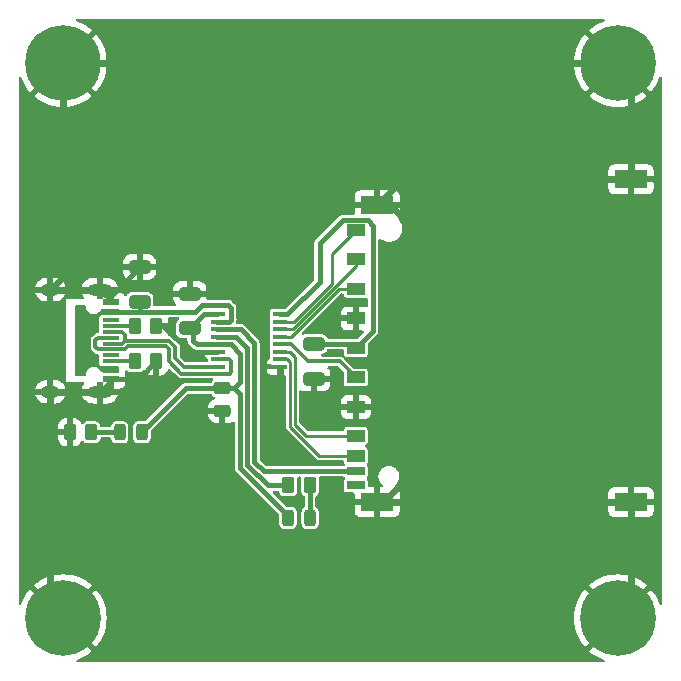
<source format=gtl>
%TF.GenerationSoftware,KiCad,Pcbnew,(6.0.5)*%
%TF.CreationDate,2024-08-03T11:57:57+02:00*%
%TF.ProjectId,gl823k_card_reader,676c3832-336b-45f6-9361-72645f726561,rev?*%
%TF.SameCoordinates,Original*%
%TF.FileFunction,Copper,L1,Top*%
%TF.FilePolarity,Positive*%
%FSLAX46Y46*%
G04 Gerber Fmt 4.6, Leading zero omitted, Abs format (unit mm)*
G04 Created by KiCad (PCBNEW (6.0.5)) date 2024-08-03 11:57:57*
%MOMM*%
%LPD*%
G01*
G04 APERTURE LIST*
G04 Aperture macros list*
%AMRoundRect*
0 Rectangle with rounded corners*
0 $1 Rounding radius*
0 $2 $3 $4 $5 $6 $7 $8 $9 X,Y pos of 4 corners*
0 Add a 4 corners polygon primitive as box body*
4,1,4,$2,$3,$4,$5,$6,$7,$8,$9,$2,$3,0*
0 Add four circle primitives for the rounded corners*
1,1,$1+$1,$2,$3*
1,1,$1+$1,$4,$5*
1,1,$1+$1,$6,$7*
1,1,$1+$1,$8,$9*
0 Add four rect primitives between the rounded corners*
20,1,$1+$1,$2,$3,$4,$5,0*
20,1,$1+$1,$4,$5,$6,$7,0*
20,1,$1+$1,$6,$7,$8,$9,0*
20,1,$1+$1,$8,$9,$2,$3,0*%
G04 Aperture macros list end*
%TA.AperFunction,SMDPad,CuDef*%
%ADD10R,1.450000X0.600000*%
%TD*%
%TA.AperFunction,SMDPad,CuDef*%
%ADD11R,1.450000X0.300000*%
%TD*%
%TA.AperFunction,ComponentPad*%
%ADD12O,1.600000X1.000000*%
%TD*%
%TA.AperFunction,ComponentPad*%
%ADD13O,2.100000X1.000000*%
%TD*%
%TA.AperFunction,SMDPad,CuDef*%
%ADD14RoundRect,0.250000X-0.262500X-0.450000X0.262500X-0.450000X0.262500X0.450000X-0.262500X0.450000X0*%
%TD*%
%TA.AperFunction,ComponentPad*%
%ADD15C,6.400000*%
%TD*%
%TA.AperFunction,SMDPad,CuDef*%
%ADD16RoundRect,0.243750X-0.243750X-0.456250X0.243750X-0.456250X0.243750X0.456250X-0.243750X0.456250X0*%
%TD*%
%TA.AperFunction,SMDPad,CuDef*%
%ADD17R,1.500000X1.000000*%
%TD*%
%TA.AperFunction,SMDPad,CuDef*%
%ADD18R,1.500000X0.700000*%
%TD*%
%TA.AperFunction,SMDPad,CuDef*%
%ADD19R,2.800000X1.500000*%
%TD*%
%TA.AperFunction,SMDPad,CuDef*%
%ADD20RoundRect,0.243750X0.243750X0.456250X-0.243750X0.456250X-0.243750X-0.456250X0.243750X-0.456250X0*%
%TD*%
%TA.AperFunction,SMDPad,CuDef*%
%ADD21RoundRect,0.250000X0.650000X-0.325000X0.650000X0.325000X-0.650000X0.325000X-0.650000X-0.325000X0*%
%TD*%
%TA.AperFunction,SMDPad,CuDef*%
%ADD22R,1.200000X0.400000*%
%TD*%
%TA.AperFunction,SMDPad,CuDef*%
%ADD23RoundRect,0.250000X-0.475000X0.250000X-0.475000X-0.250000X0.475000X-0.250000X0.475000X0.250000X0*%
%TD*%
%TA.AperFunction,SMDPad,CuDef*%
%ADD24RoundRect,0.250000X-0.650000X0.325000X-0.650000X-0.325000X0.650000X-0.325000X0.650000X0.325000X0*%
%TD*%
%TA.AperFunction,ViaPad*%
%ADD25C,0.800000*%
%TD*%
%TA.AperFunction,Conductor*%
%ADD26C,0.400000*%
%TD*%
%TA.AperFunction,Conductor*%
%ADD27C,0.600000*%
%TD*%
%TA.AperFunction,Conductor*%
%ADD28C,0.300000*%
%TD*%
%TA.AperFunction,Conductor*%
%ADD29C,0.250000*%
%TD*%
G04 APERTURE END LIST*
D10*
%TO.P,J1,A1,GND*%
%TO.N,GND*%
X129045000Y-87250000D03*
%TO.P,J1,A4,VBUS*%
%TO.N,+5V*%
X129045000Y-88050000D03*
D11*
%TO.P,J1,A5,CC1*%
%TO.N,Net-(J1-PadA5)*%
X129045000Y-89250000D03*
%TO.P,J1,A6,D+*%
%TO.N,/USB1DP*%
X129045000Y-90250000D03*
%TO.P,J1,A7,D-*%
%TO.N,/USB1DM*%
X129045000Y-90750000D03*
%TO.P,J1,A8,SBU1*%
%TO.N,unconnected-(J1-PadA8)*%
X129045000Y-91750000D03*
D10*
%TO.P,J1,A9,VBUS*%
%TO.N,+5V*%
X129045000Y-92950000D03*
%TO.P,J1,A12,GND*%
%TO.N,GND*%
X129045000Y-93750000D03*
%TO.P,J1,B1,GND*%
X129045000Y-93750000D03*
%TO.P,J1,B4,VBUS*%
%TO.N,+5V*%
X129045000Y-92950000D03*
D11*
%TO.P,J1,B5,CC2*%
%TO.N,Net-(J1-PadB5)*%
X129045000Y-92250000D03*
%TO.P,J1,B6,D+*%
%TO.N,/USB1DP*%
X129045000Y-91250000D03*
%TO.P,J1,B7,D-*%
%TO.N,/USB1DM*%
X129045000Y-89750000D03*
%TO.P,J1,B8,SBU2*%
%TO.N,unconnected-(J1-PadB8)*%
X129045000Y-88750000D03*
D10*
%TO.P,J1,B9,VBUS*%
%TO.N,+5V*%
X129045000Y-88050000D03*
%TO.P,J1,B12,GND*%
%TO.N,GND*%
X129045000Y-87250000D03*
D12*
%TO.P,J1,S1,SHIELD*%
X123950000Y-94820000D03*
D13*
X128130000Y-86180000D03*
X128130000Y-94820000D03*
D12*
X123950000Y-86180000D03*
%TD*%
D14*
%TO.P,R4,1*%
%TO.N,/LED*%
X144087500Y-102750000D03*
%TO.P,R4,2*%
%TO.N,Net-(D2-Pad1)*%
X145912500Y-102750000D03*
%TD*%
%TO.P,R2,1*%
%TO.N,Net-(J1-PadB5)*%
X131087500Y-92250000D03*
%TO.P,R2,2*%
%TO.N,GND*%
X132912500Y-92250000D03*
%TD*%
D15*
%TO.P,H4,1,1*%
%TO.N,GND*%
X172000000Y-114000000D03*
%TD*%
D16*
%TO.P,D1,1,K*%
%TO.N,Net-(D1-Pad1)*%
X129812500Y-98250000D03*
%TO.P,D1,2,A*%
%TO.N,+3V3*%
X131687500Y-98250000D03*
%TD*%
D17*
%TO.P,J2,1,1*%
%TO.N,/DATA3*%
X149800000Y-83625000D03*
%TO.P,J2,2,2*%
%TO.N,/CMD*%
X149800000Y-86125000D03*
%TO.P,J2,3,3*%
%TO.N,GND*%
X149800000Y-88625000D03*
%TO.P,J2,4,4*%
%TO.N,/PMOS*%
X149800000Y-91125000D03*
%TO.P,J2,5,5*%
%TO.N,/CLK*%
X149800000Y-93625000D03*
%TO.P,J2,6,6*%
%TO.N,GND*%
X149800000Y-96125000D03*
%TO.P,J2,7,7*%
%TO.N,/DATA0*%
X149800000Y-98555000D03*
%TO.P,J2,8,8*%
%TO.N,/DATA1*%
X149800000Y-100255000D03*
%TO.P,J2,9,9*%
%TO.N,/DATA2*%
X149800000Y-81125000D03*
D18*
%TO.P,J2,10,CARD_DETECT*%
%TO.N,/SD_CD*%
X149800000Y-101555000D03*
%TO.P,J2,11,WRITE_PROTECT*%
%TO.N,unconnected-(J2-Pad11)*%
X149800000Y-102755000D03*
D19*
%TO.P,J2,12,GND_1*%
%TO.N,GND*%
X151600000Y-104150000D03*
%TO.P,J2,13,GND_2*%
X173100000Y-104150000D03*
%TO.P,J2,14,GND_3*%
X173100000Y-76850000D03*
%TO.P,J2,15,GND_4*%
X151600000Y-79050000D03*
%TD*%
D15*
%TO.P,H3,1,1*%
%TO.N,GND*%
X125000000Y-67000000D03*
%TD*%
%TO.P,H2,1,1*%
%TO.N,GND*%
X172000000Y-67000000D03*
%TD*%
D20*
%TO.P,D2,1,K*%
%TO.N,Net-(D2-Pad1)*%
X145937500Y-105500000D03*
%TO.P,D2,2,A*%
%TO.N,+3V3*%
X144062500Y-105500000D03*
%TD*%
D15*
%TO.P,H1,1,1*%
%TO.N,GND*%
X125000000Y-114000000D03*
%TD*%
D21*
%TO.P,C3,1*%
%TO.N,+3V3*%
X135750000Y-89475000D03*
%TO.P,C3,2*%
%TO.N,GND*%
X135750000Y-86525000D03*
%TD*%
D14*
%TO.P,R1,1*%
%TO.N,Net-(J1-PadA5)*%
X131087500Y-89250000D03*
%TO.P,R1,2*%
%TO.N,GND*%
X132912500Y-89250000D03*
%TD*%
D21*
%TO.P,C1,1*%
%TO.N,+5V*%
X131500000Y-87225000D03*
%TO.P,C1,2*%
%TO.N,GND*%
X131500000Y-84275000D03*
%TD*%
D22*
%TO.P,IC1,1,VSS_1*%
%TO.N,GND*%
X143350000Y-92722500D03*
%TO.P,IC1,2,D1*%
%TO.N,/DATA1*%
X143350000Y-92087500D03*
%TO.P,IC1,3,D0*%
%TO.N,/DATA0*%
X143350000Y-91452500D03*
%TO.P,IC1,4,CLK*%
%TO.N,/CLK*%
X143350000Y-90817500D03*
%TO.P,IC1,5,CMD*%
%TO.N,/CMD*%
X143350000Y-90182500D03*
%TO.P,IC1,6,D3*%
%TO.N,/DATA3*%
X143350000Y-89547500D03*
%TO.P,IC1,7,D2*%
%TO.N,/DATA2*%
X143350000Y-88912500D03*
%TO.P,IC1,8,PMOS*%
%TO.N,/PMOS*%
X143350000Y-88277500D03*
%TO.P,IC1,9,VDD*%
%TO.N,+3V3*%
X138150000Y-88277500D03*
%TO.P,IC1,10,5V*%
%TO.N,+5V*%
X138150000Y-88912500D03*
%TO.P,IC1,11,GPIO*%
%TO.N,/SD_CD*%
X138150000Y-89547500D03*
%TO.P,IC1,12,LED*%
%TO.N,/LED*%
X138150000Y-90182500D03*
%TO.P,IC1,13,VDDA*%
%TO.N,+3V3*%
X138150000Y-90817500D03*
%TO.P,IC1,14,VSS_2*%
%TO.N,GND*%
X138150000Y-91452500D03*
%TO.P,IC1,15,DP*%
%TO.N,/USB1DP*%
X138150000Y-92087500D03*
%TO.P,IC1,16,DM*%
%TO.N,/USB1DM*%
X138150000Y-92722500D03*
%TD*%
D23*
%TO.P,C4,1*%
%TO.N,+3V3*%
X138500000Y-94550000D03*
%TO.P,C4,2*%
%TO.N,GND*%
X138500000Y-96450000D03*
%TD*%
D24*
%TO.P,C2,1*%
%TO.N,/PMOS*%
X146250000Y-90775000D03*
%TO.P,C2,2*%
%TO.N,GND*%
X146250000Y-93725000D03*
%TD*%
D14*
%TO.P,R3,1*%
%TO.N,GND*%
X125587500Y-98250000D03*
%TO.P,R3,2*%
%TO.N,Net-(D1-Pad1)*%
X127412500Y-98250000D03*
%TD*%
D25*
%TO.N,GND*%
X135500000Y-91250000D03*
X147250000Y-89000000D03*
X142500000Y-94250000D03*
X135750000Y-85000000D03*
X138500000Y-98000000D03*
X147000000Y-95500000D03*
%TD*%
D26*
%TO.N,+5V*%
X139088000Y-88912000D02*
X138050000Y-88912000D01*
X129045000Y-88050000D02*
X131550000Y-88050000D01*
X131500000Y-88000000D02*
X131550000Y-88050000D01*
X136200000Y-88050000D02*
X136750000Y-87500000D01*
X139000000Y-87500000D02*
X139250000Y-87750000D01*
X139250000Y-87750000D02*
X139250000Y-88750000D01*
X131500000Y-87225000D02*
X131500000Y-88000000D01*
X131550000Y-88050000D02*
X136200000Y-88050000D01*
X136750000Y-87500000D02*
X139000000Y-87500000D01*
X139250000Y-88750000D02*
X139088000Y-88912000D01*
%TO.N,GND*%
X138050000Y-91452000D02*
X135702000Y-91452000D01*
X146250000Y-93725000D02*
X146250000Y-94750000D01*
X129045000Y-87250000D02*
X129045000Y-86730000D01*
D27*
X125000000Y-67000000D02*
X125000000Y-85130000D01*
D26*
X143450000Y-93300000D02*
X142500000Y-94250000D01*
D27*
X123950000Y-112950000D02*
X123950000Y-98200000D01*
D26*
X124000000Y-98250000D02*
X123950000Y-98200000D01*
X129045000Y-86730000D02*
X131500000Y-84275000D01*
X129045000Y-87250000D02*
X129045000Y-87095000D01*
D27*
X173100000Y-76850000D02*
X153800000Y-76850000D01*
X125000000Y-85130000D02*
X123950000Y-86180000D01*
X172000000Y-67000000D02*
X125000000Y-67000000D01*
D26*
X149800000Y-88625000D02*
X147625000Y-88625000D01*
X125587500Y-98250000D02*
X124000000Y-98250000D01*
X135750000Y-86525000D02*
X135750000Y-85000000D01*
X129045000Y-93750000D02*
X131412500Y-93750000D01*
D27*
X173100000Y-68100000D02*
X172000000Y-67000000D01*
X152671649Y-79050000D02*
X154029521Y-80407872D01*
D26*
X133500000Y-89250000D02*
X135500000Y-91250000D01*
X146250000Y-94750000D02*
X147000000Y-95500000D01*
D27*
X154029521Y-80407872D02*
X154029521Y-98470479D01*
X151600000Y-79050000D02*
X152671649Y-79050000D01*
X123950000Y-98200000D02*
X123950000Y-94820000D01*
X125000000Y-114000000D02*
X123950000Y-112950000D01*
X173100000Y-76850000D02*
X173100000Y-68100000D01*
D26*
X135702000Y-91452000D02*
X135500000Y-91250000D01*
X131412500Y-93750000D02*
X132912500Y-92250000D01*
X138500000Y-96450000D02*
X138500000Y-98000000D01*
X147625000Y-96125000D02*
X149800000Y-96125000D01*
D27*
X153800000Y-76850000D02*
X151600000Y-79050000D01*
X152118096Y-104150000D02*
X151600000Y-104150000D01*
D26*
X143450000Y-92722000D02*
X143450000Y-93300000D01*
X129045000Y-93750000D02*
X129045000Y-93905000D01*
X147625000Y-88625000D02*
X147250000Y-89000000D01*
X132912500Y-89250000D02*
X133500000Y-89250000D01*
D27*
X123950000Y-86180000D02*
X128130000Y-86180000D01*
D26*
X129045000Y-93905000D02*
X128130000Y-94820000D01*
D27*
X154029521Y-98470479D02*
X154029521Y-102238575D01*
X173100000Y-112900000D02*
X172000000Y-114000000D01*
D26*
X129045000Y-87095000D02*
X128130000Y-86180000D01*
X147000000Y-95500000D02*
X147625000Y-96125000D01*
D27*
X173100000Y-104150000D02*
X173100000Y-112900000D01*
X151600000Y-104150000D02*
X173100000Y-104150000D01*
X128130000Y-94820000D02*
X123950000Y-94820000D01*
X154029521Y-102238575D02*
X152118096Y-104150000D01*
D26*
%TO.N,/PMOS*%
X151270479Y-80770479D02*
X151270479Y-89654521D01*
X149450000Y-90775000D02*
X149800000Y-91125000D01*
X146750000Y-85500000D02*
X146750000Y-82271978D01*
X146250000Y-90775000D02*
X149450000Y-90775000D01*
X143972500Y-88277500D02*
X146750000Y-85500000D01*
X148723489Y-80298489D02*
X150798489Y-80298489D01*
X146750000Y-82271978D02*
X148723489Y-80298489D01*
X150798489Y-80298489D02*
X151270479Y-80770479D01*
X151270479Y-89654521D02*
X149800000Y-91125000D01*
X143350000Y-88277500D02*
X143972500Y-88277500D01*
%TO.N,+3V3*%
X138050000Y-90818000D02*
X139200000Y-90818000D01*
X139500000Y-94500000D02*
X138550000Y-94500000D01*
X139200000Y-90818000D02*
X140000000Y-91618000D01*
X138050000Y-88278000D02*
X136947000Y-88278000D01*
X136000000Y-89725000D02*
X135750000Y-89475000D01*
X140000000Y-101250000D02*
X140000000Y-95000000D01*
X140000000Y-94000000D02*
X139500000Y-94500000D01*
X144062500Y-105312500D02*
X140000000Y-101250000D01*
X136947000Y-88278000D02*
X135750000Y-89475000D01*
X136318000Y-90818000D02*
X136000000Y-90500000D01*
X140000000Y-91618000D02*
X140000000Y-94000000D01*
X136000000Y-90500000D02*
X136000000Y-89725000D01*
X140000000Y-95000000D02*
X139500000Y-94500000D01*
X138050000Y-90818000D02*
X136318000Y-90818000D01*
X135387500Y-94550000D02*
X138500000Y-94550000D01*
X144062500Y-105500000D02*
X144062500Y-105312500D01*
X138550000Y-94500000D02*
X138500000Y-94550000D01*
X131687500Y-98250000D02*
X135387500Y-94550000D01*
%TO.N,Net-(D1-Pad1)*%
X129812500Y-98250000D02*
X127412500Y-98250000D01*
%TO.N,Net-(D2-Pad1)*%
X145937500Y-102775000D02*
X145912500Y-102750000D01*
X145937500Y-105500000D02*
X145937500Y-102775000D01*
D28*
%TO.N,Net-(J1-PadA5)*%
X131087500Y-89250000D02*
X129045000Y-89250000D01*
%TO.N,/USB1DP*%
X129045000Y-91250000D02*
X130250000Y-91250000D01*
X127750000Y-90470978D02*
X127750000Y-91029022D01*
X130500000Y-91000000D02*
X133750000Y-91000000D01*
X139082522Y-92088000D02*
X138050000Y-92088000D01*
X134000000Y-92250000D02*
X135039011Y-93289011D01*
X133750000Y-91000000D02*
X134000000Y-91250000D01*
X134000000Y-91250000D02*
X134000000Y-92250000D01*
X130250000Y-91250000D02*
X130500000Y-91000000D01*
X129045000Y-90250000D02*
X127970978Y-90250000D01*
X127970978Y-90250000D02*
X127750000Y-90470978D01*
X127970978Y-91250000D02*
X129045000Y-91250000D01*
X139250000Y-92255478D02*
X139082522Y-92088000D01*
X135039011Y-93289011D02*
X139149511Y-93289011D01*
X139250000Y-93188522D02*
X139250000Y-92255478D01*
X139149511Y-93289011D02*
X139250000Y-93188522D01*
X127750000Y-91029022D02*
X127970978Y-91250000D01*
%TO.N,/USB1DM*%
X130000000Y-90750000D02*
X129045000Y-90750000D01*
X130000000Y-89750000D02*
X130250000Y-90000000D01*
X133956428Y-90500000D02*
X130250000Y-90500000D01*
X134500000Y-92000000D02*
X134500000Y-91043572D01*
X135222000Y-92722000D02*
X134500000Y-92000000D01*
X130250000Y-90000000D02*
X130250000Y-90500000D01*
X138050000Y-92722000D02*
X135222000Y-92722000D01*
X130250000Y-90500000D02*
X130000000Y-90750000D01*
X134500000Y-91043572D02*
X133956428Y-90500000D01*
X129045000Y-89750000D02*
X130000000Y-89750000D01*
%TO.N,Net-(J1-PadB5)*%
X131087500Y-92250000D02*
X129045000Y-92250000D01*
D29*
%TO.N,/DATA2*%
X149800000Y-81125000D02*
X147750000Y-83175000D01*
X144555020Y-88912500D02*
X143350000Y-88912500D01*
X147750000Y-85717520D02*
X144555020Y-88912500D01*
X147750000Y-83175000D02*
X147750000Y-85717520D01*
%TO.N,/DATA3*%
X144452500Y-89547500D02*
X143350000Y-89547500D01*
X149800000Y-84200000D02*
X144452500Y-89547500D01*
X149800000Y-83625000D02*
X149800000Y-84200000D01*
%TO.N,/CMD*%
X144349980Y-90182500D02*
X143350000Y-90182500D01*
X148407480Y-86125000D02*
X144349980Y-90182500D01*
X149800000Y-86125000D02*
X148407480Y-86125000D01*
D28*
%TO.N,/CLK*%
X148425000Y-92250000D02*
X149800000Y-93625000D01*
X144317500Y-90817500D02*
X145750000Y-92250000D01*
X145750000Y-92250000D02*
X148425000Y-92250000D01*
X143350000Y-90817500D02*
X144317500Y-90817500D01*
D29*
%TO.N,/DATA0*%
X144200000Y-91452500D02*
X144626520Y-91879020D01*
X144626520Y-91879020D02*
X144626520Y-97626520D01*
X143350000Y-91452500D02*
X144200000Y-91452500D01*
X145555000Y-98555000D02*
X149800000Y-98555000D01*
X144626520Y-97626520D02*
X145555000Y-98555000D01*
%TO.N,/DATA1*%
X143350000Y-92087500D02*
X144018022Y-92087500D01*
X144018022Y-92087500D02*
X144250000Y-92319478D01*
X146722520Y-100255000D02*
X149800000Y-100255000D01*
X144250000Y-92319478D02*
X144250000Y-97782480D01*
X144250000Y-97782480D02*
X146722520Y-100255000D01*
D26*
%TO.N,/SD_CD*%
X141199040Y-100753340D02*
X142000700Y-101555000D01*
X141199040Y-90699040D02*
X141199040Y-100753340D01*
X142000700Y-101555000D02*
X149800000Y-101555000D01*
X140048000Y-89548000D02*
X141199040Y-90699040D01*
X138050000Y-89548000D02*
X140048000Y-89548000D01*
%TO.N,/LED*%
X138050000Y-90182000D02*
X139682000Y-90182000D01*
X139682000Y-90182000D02*
X140599520Y-91099520D01*
X140599520Y-91099520D02*
X140599520Y-101001670D01*
X142347850Y-102750000D02*
X144087500Y-102750000D01*
X140599520Y-101001670D02*
X142347850Y-102750000D01*
%TD*%
%TA.AperFunction,Conductor*%
%TO.N,GND*%
G36*
X170809160Y-63270502D02*
G01*
X170855653Y-63324158D01*
X170865757Y-63394432D01*
X170836263Y-63459012D01*
X170786193Y-63494131D01*
X170492836Y-63606740D01*
X170486811Y-63609422D01*
X170146397Y-63782872D01*
X170140687Y-63786169D01*
X169820265Y-63994253D01*
X169814939Y-63998123D01*
X169576165Y-64191478D01*
X169567700Y-64203733D01*
X169574034Y-64214824D01*
X174784310Y-69425100D01*
X174797386Y-69432241D01*
X174807753Y-69424784D01*
X175001877Y-69185061D01*
X175005747Y-69179735D01*
X175213831Y-68859313D01*
X175217128Y-68853603D01*
X175390578Y-68513189D01*
X175393260Y-68507164D01*
X175505869Y-68213807D01*
X175548955Y-68157379D01*
X175615708Y-68133202D01*
X175684935Y-68148953D01*
X175734657Y-68199631D01*
X175749500Y-68258961D01*
X175749500Y-112741039D01*
X175729498Y-112809160D01*
X175675842Y-112855653D01*
X175605568Y-112865757D01*
X175540988Y-112836263D01*
X175505869Y-112786193D01*
X175393260Y-112492836D01*
X175390578Y-112486811D01*
X175217128Y-112146397D01*
X175213831Y-112140687D01*
X175005747Y-111820265D01*
X175001877Y-111814939D01*
X174808522Y-111576165D01*
X174796267Y-111567700D01*
X174785176Y-111574034D01*
X169574900Y-116784310D01*
X169567759Y-116797386D01*
X169575216Y-116807753D01*
X169814935Y-117001874D01*
X169820272Y-117005751D01*
X170140685Y-117213830D01*
X170146394Y-117217127D01*
X170486811Y-117390578D01*
X170492836Y-117393260D01*
X170786193Y-117505869D01*
X170842621Y-117548955D01*
X170866798Y-117615708D01*
X170851047Y-117684935D01*
X170800369Y-117734657D01*
X170741039Y-117749500D01*
X126258961Y-117749500D01*
X126190840Y-117729498D01*
X126144347Y-117675842D01*
X126134243Y-117605568D01*
X126163737Y-117540988D01*
X126213807Y-117505869D01*
X126507164Y-117393260D01*
X126513189Y-117390578D01*
X126853606Y-117217127D01*
X126859315Y-117213830D01*
X127179728Y-117005751D01*
X127185065Y-117001874D01*
X127423835Y-116808522D01*
X127432300Y-116796267D01*
X127425966Y-116785176D01*
X124641922Y-114001132D01*
X125364408Y-114001132D01*
X125364539Y-114002965D01*
X125368790Y-114009580D01*
X127784310Y-116425100D01*
X127797386Y-116432241D01*
X127807753Y-116424784D01*
X128001877Y-116185061D01*
X128005747Y-116179735D01*
X128213831Y-115859313D01*
X128217128Y-115853603D01*
X128390578Y-115513189D01*
X128393260Y-115507164D01*
X128530171Y-115150498D01*
X128532212Y-115144216D01*
X128631094Y-114775184D01*
X128632465Y-114768734D01*
X128692234Y-114391371D01*
X128692920Y-114384833D01*
X128712916Y-114003301D01*
X168287084Y-114003301D01*
X168307080Y-114384833D01*
X168307766Y-114391371D01*
X168367535Y-114768734D01*
X168368906Y-114775184D01*
X168467788Y-115144216D01*
X168469829Y-115150498D01*
X168606740Y-115507164D01*
X168609422Y-115513189D01*
X168782872Y-115853603D01*
X168786169Y-115859313D01*
X168994253Y-116179735D01*
X168998123Y-116185061D01*
X169191478Y-116423835D01*
X169203733Y-116432300D01*
X169214824Y-116425966D01*
X171627978Y-114012812D01*
X171635592Y-113998868D01*
X171635461Y-113997035D01*
X171631210Y-113990420D01*
X169215690Y-111574900D01*
X169202614Y-111567759D01*
X169192247Y-111575216D01*
X168998123Y-111814939D01*
X168994253Y-111820265D01*
X168786169Y-112140687D01*
X168782872Y-112146397D01*
X168609422Y-112486811D01*
X168606740Y-112492836D01*
X168469829Y-112849502D01*
X168467788Y-112855784D01*
X168368906Y-113224816D01*
X168367535Y-113231266D01*
X168307766Y-113608629D01*
X168307080Y-113615167D01*
X168287084Y-113996699D01*
X168287084Y-114003301D01*
X128712916Y-114003301D01*
X128712916Y-113996699D01*
X128692920Y-113615167D01*
X128692234Y-113608629D01*
X128632465Y-113231266D01*
X128631094Y-113224816D01*
X128532212Y-112855784D01*
X128530171Y-112849502D01*
X128393260Y-112492836D01*
X128390578Y-112486811D01*
X128217128Y-112146397D01*
X128213831Y-112140687D01*
X128005747Y-111820265D01*
X128001877Y-111814939D01*
X127808522Y-111576165D01*
X127796267Y-111567700D01*
X127785176Y-111574034D01*
X125372022Y-113987188D01*
X125364408Y-114001132D01*
X124641922Y-114001132D01*
X122215690Y-111574900D01*
X122202614Y-111567759D01*
X122192247Y-111575216D01*
X121998123Y-111814939D01*
X121994253Y-111820265D01*
X121786169Y-112140687D01*
X121782872Y-112146397D01*
X121609422Y-112486811D01*
X121606740Y-112492836D01*
X121494131Y-112786193D01*
X121451045Y-112842621D01*
X121384292Y-112866798D01*
X121315065Y-112851047D01*
X121265343Y-112800369D01*
X121250500Y-112741039D01*
X121250500Y-111203733D01*
X122567700Y-111203733D01*
X122574034Y-111214824D01*
X124987188Y-113627978D01*
X125001132Y-113635592D01*
X125002965Y-113635461D01*
X125009580Y-113631210D01*
X127425100Y-111215690D01*
X127431630Y-111203733D01*
X169567700Y-111203733D01*
X169574034Y-111214824D01*
X171987188Y-113627978D01*
X172001132Y-113635592D01*
X172002965Y-113635461D01*
X172009580Y-113631210D01*
X174425100Y-111215690D01*
X174432241Y-111202614D01*
X174424784Y-111192247D01*
X174185065Y-110998126D01*
X174179728Y-110994249D01*
X173859315Y-110786170D01*
X173853606Y-110782873D01*
X173513189Y-110609422D01*
X173507164Y-110606740D01*
X173150498Y-110469829D01*
X173144216Y-110467788D01*
X172775184Y-110368906D01*
X172768734Y-110367535D01*
X172391371Y-110307766D01*
X172384833Y-110307080D01*
X172003301Y-110287084D01*
X171996699Y-110287084D01*
X171615167Y-110307080D01*
X171608629Y-110307766D01*
X171231266Y-110367535D01*
X171224816Y-110368906D01*
X170855784Y-110467788D01*
X170849502Y-110469829D01*
X170492836Y-110606740D01*
X170486811Y-110609422D01*
X170146397Y-110782872D01*
X170140687Y-110786169D01*
X169820265Y-110994253D01*
X169814939Y-110998123D01*
X169576165Y-111191478D01*
X169567700Y-111203733D01*
X127431630Y-111203733D01*
X127432241Y-111202614D01*
X127424784Y-111192247D01*
X127185065Y-110998126D01*
X127179728Y-110994249D01*
X126859315Y-110786170D01*
X126853606Y-110782873D01*
X126513189Y-110609422D01*
X126507164Y-110606740D01*
X126150498Y-110469829D01*
X126144216Y-110467788D01*
X125775184Y-110368906D01*
X125768734Y-110367535D01*
X125391371Y-110307766D01*
X125384833Y-110307080D01*
X125003301Y-110287084D01*
X124996699Y-110287084D01*
X124615167Y-110307080D01*
X124608629Y-110307766D01*
X124231266Y-110367535D01*
X124224816Y-110368906D01*
X123855784Y-110467788D01*
X123849502Y-110469829D01*
X123492836Y-110606740D01*
X123486811Y-110609422D01*
X123146397Y-110782872D01*
X123140687Y-110786169D01*
X122820265Y-110994253D01*
X122814939Y-110998123D01*
X122576165Y-111191478D01*
X122567700Y-111203733D01*
X121250500Y-111203733D01*
X121250500Y-98747095D01*
X124567001Y-98747095D01*
X124567338Y-98753614D01*
X124577257Y-98849206D01*
X124580149Y-98862600D01*
X124631588Y-99016784D01*
X124637761Y-99029962D01*
X124723063Y-99167807D01*
X124732099Y-99179208D01*
X124846829Y-99293739D01*
X124858240Y-99302751D01*
X124996243Y-99387816D01*
X125009424Y-99393963D01*
X125163710Y-99445138D01*
X125177086Y-99448005D01*
X125271438Y-99457672D01*
X125277854Y-99458000D01*
X125315385Y-99458000D01*
X125330624Y-99453525D01*
X125331829Y-99452135D01*
X125333500Y-99444452D01*
X125333500Y-99439884D01*
X125841500Y-99439884D01*
X125845975Y-99455123D01*
X125847365Y-99456328D01*
X125855048Y-99457999D01*
X125897095Y-99457999D01*
X125903614Y-99457662D01*
X125999206Y-99447743D01*
X126012600Y-99444851D01*
X126166784Y-99393412D01*
X126179962Y-99387239D01*
X126317807Y-99301937D01*
X126329208Y-99292901D01*
X126443739Y-99178171D01*
X126452751Y-99166760D01*
X126537816Y-99028758D01*
X126538321Y-99027675D01*
X126538863Y-99027060D01*
X126541658Y-99022525D01*
X126542434Y-99023003D01*
X126585238Y-98974390D01*
X126653515Y-98954929D01*
X126721475Y-98975471D01*
X126753341Y-99005359D01*
X126787071Y-99050364D01*
X126792454Y-99057546D01*
X126799635Y-99062928D01*
X126899994Y-99138144D01*
X126899997Y-99138146D01*
X126907176Y-99143526D01*
X126969154Y-99166760D01*
X127034025Y-99191079D01*
X127034027Y-99191079D01*
X127041420Y-99193851D01*
X127049270Y-99194704D01*
X127049271Y-99194704D01*
X127099217Y-99200130D01*
X127102623Y-99200500D01*
X127412454Y-99200500D01*
X127722376Y-99200499D01*
X127725770Y-99200130D01*
X127725776Y-99200130D01*
X127775722Y-99194705D01*
X127775726Y-99194704D01*
X127783580Y-99193851D01*
X127917824Y-99143526D01*
X127925003Y-99138146D01*
X127925006Y-99138144D01*
X128025365Y-99062928D01*
X128032546Y-99057546D01*
X128063096Y-99016784D01*
X128113144Y-98950006D01*
X128113146Y-98950003D01*
X128118526Y-98942824D01*
X128168851Y-98808580D01*
X128169704Y-98800728D01*
X128170507Y-98797351D01*
X128205725Y-98735706D01*
X128268681Y-98702887D01*
X128293089Y-98700500D01*
X128955740Y-98700500D01*
X129023861Y-98720502D01*
X129070354Y-98774158D01*
X129076978Y-98798270D01*
X129078385Y-98797935D01*
X129080213Y-98805624D01*
X129081066Y-98813474D01*
X129130763Y-98946041D01*
X129136143Y-98953220D01*
X129136145Y-98953223D01*
X129174319Y-99004158D01*
X129215669Y-99059331D01*
X129222849Y-99064712D01*
X129321777Y-99138855D01*
X129321780Y-99138857D01*
X129328959Y-99144237D01*
X129415345Y-99176622D01*
X129454131Y-99191162D01*
X129454133Y-99191162D01*
X129461526Y-99193934D01*
X129469374Y-99194787D01*
X129469376Y-99194787D01*
X129518562Y-99200130D01*
X129521968Y-99200500D01*
X130103032Y-99200500D01*
X130106438Y-99200130D01*
X130155624Y-99194787D01*
X130155626Y-99194787D01*
X130163474Y-99193934D01*
X130170867Y-99191162D01*
X130170869Y-99191162D01*
X130209655Y-99176622D01*
X130296041Y-99144237D01*
X130303220Y-99138857D01*
X130303223Y-99138855D01*
X130402151Y-99064712D01*
X130409331Y-99059331D01*
X130450681Y-99004158D01*
X130488855Y-98953223D01*
X130488857Y-98953220D01*
X130494237Y-98946041D01*
X130543934Y-98813474D01*
X130545686Y-98797351D01*
X130550131Y-98756429D01*
X130550500Y-98753032D01*
X130550500Y-97746968D01*
X130545622Y-97702065D01*
X130544787Y-97694376D01*
X130544787Y-97694374D01*
X130543934Y-97686526D01*
X130494237Y-97553959D01*
X130488857Y-97546780D01*
X130488855Y-97546777D01*
X130422074Y-97457672D01*
X130409331Y-97440669D01*
X130370647Y-97411677D01*
X130303223Y-97361145D01*
X130303220Y-97361143D01*
X130296041Y-97355763D01*
X130171090Y-97308921D01*
X130170869Y-97308838D01*
X130170867Y-97308838D01*
X130163474Y-97306066D01*
X130155626Y-97305213D01*
X130155624Y-97305213D01*
X130106429Y-97299869D01*
X130103032Y-97299500D01*
X129521968Y-97299500D01*
X129518571Y-97299869D01*
X129469376Y-97305213D01*
X129469374Y-97305213D01*
X129461526Y-97306066D01*
X129454133Y-97308838D01*
X129454131Y-97308838D01*
X129453910Y-97308921D01*
X129328959Y-97355763D01*
X129321780Y-97361143D01*
X129321777Y-97361145D01*
X129254353Y-97411677D01*
X129215669Y-97440669D01*
X129202926Y-97457672D01*
X129136145Y-97546777D01*
X129136143Y-97546780D01*
X129130763Y-97553959D01*
X129081066Y-97686526D01*
X129080213Y-97694376D01*
X129078385Y-97702065D01*
X129075104Y-97701285D01*
X129053791Y-97752632D01*
X128995444Y-97793081D01*
X128955740Y-97799500D01*
X128293088Y-97799500D01*
X128224967Y-97779498D01*
X128178474Y-97725842D01*
X128170505Y-97702644D01*
X128169704Y-97699277D01*
X128168851Y-97691420D01*
X128118526Y-97557176D01*
X128113146Y-97549997D01*
X128113144Y-97549994D01*
X128037928Y-97449635D01*
X128037927Y-97449634D01*
X128032546Y-97442454D01*
X128025365Y-97437072D01*
X127925006Y-97361856D01*
X127925003Y-97361854D01*
X127917824Y-97356474D01*
X127822641Y-97320792D01*
X127790975Y-97308921D01*
X127790973Y-97308921D01*
X127783580Y-97306149D01*
X127775730Y-97305296D01*
X127775729Y-97305296D01*
X127725774Y-97299869D01*
X127725773Y-97299869D01*
X127722377Y-97299500D01*
X127412546Y-97299500D01*
X127102624Y-97299501D01*
X127099230Y-97299870D01*
X127099224Y-97299870D01*
X127049278Y-97305295D01*
X127049274Y-97305296D01*
X127041420Y-97306149D01*
X126907176Y-97356474D01*
X126899997Y-97361854D01*
X126899994Y-97361856D01*
X126799635Y-97437072D01*
X126792454Y-97442454D01*
X126785199Y-97452135D01*
X126753336Y-97494649D01*
X126696477Y-97537164D01*
X126625658Y-97542190D01*
X126563365Y-97508130D01*
X126538410Y-97472537D01*
X126537241Y-97470042D01*
X126451937Y-97332193D01*
X126442901Y-97320792D01*
X126328171Y-97206261D01*
X126316760Y-97197249D01*
X126178757Y-97112184D01*
X126165576Y-97106037D01*
X126011290Y-97054862D01*
X125997914Y-97051995D01*
X125903562Y-97042328D01*
X125897145Y-97042000D01*
X125859615Y-97042000D01*
X125844376Y-97046475D01*
X125843171Y-97047865D01*
X125841500Y-97055548D01*
X125841500Y-99439884D01*
X125333500Y-99439884D01*
X125333500Y-98522115D01*
X125329025Y-98506876D01*
X125327635Y-98505671D01*
X125319952Y-98504000D01*
X124585116Y-98504000D01*
X124569877Y-98508475D01*
X124568672Y-98509865D01*
X124567001Y-98517548D01*
X124567001Y-98747095D01*
X121250500Y-98747095D01*
X121250500Y-97977885D01*
X124567000Y-97977885D01*
X124571475Y-97993124D01*
X124572865Y-97994329D01*
X124580548Y-97996000D01*
X125315385Y-97996000D01*
X125330624Y-97991525D01*
X125331829Y-97990135D01*
X125333500Y-97982452D01*
X125333500Y-97060116D01*
X125329025Y-97044877D01*
X125327635Y-97043672D01*
X125319952Y-97042001D01*
X125277905Y-97042001D01*
X125271386Y-97042338D01*
X125175794Y-97052257D01*
X125162400Y-97055149D01*
X125008216Y-97106588D01*
X124995038Y-97112761D01*
X124857193Y-97198063D01*
X124845792Y-97207099D01*
X124731261Y-97321829D01*
X124722249Y-97333240D01*
X124637184Y-97471243D01*
X124631037Y-97484424D01*
X124579862Y-97638710D01*
X124576995Y-97652086D01*
X124567328Y-97746438D01*
X124567000Y-97752855D01*
X124567000Y-97977885D01*
X121250500Y-97977885D01*
X121250500Y-95085768D01*
X122677425Y-95085768D01*
X122709138Y-95193521D01*
X122713731Y-95204889D01*
X122799607Y-95369154D01*
X122806321Y-95379415D01*
X122922468Y-95523873D01*
X122931046Y-95532632D01*
X123073039Y-95651778D01*
X123083159Y-95658708D01*
X123245585Y-95748002D01*
X123256858Y-95752834D01*
X123433538Y-95808880D01*
X123445532Y-95811430D01*
X123589761Y-95827607D01*
X123596785Y-95828000D01*
X123677885Y-95828000D01*
X123693124Y-95823525D01*
X123694329Y-95822135D01*
X123696000Y-95814452D01*
X123696000Y-95809885D01*
X124204000Y-95809885D01*
X124208475Y-95825124D01*
X124209865Y-95826329D01*
X124217548Y-95828000D01*
X124296657Y-95828000D01*
X124302805Y-95827699D01*
X124440603Y-95814188D01*
X124452638Y-95811805D01*
X124630076Y-95758233D01*
X124641416Y-95753559D01*
X124805077Y-95666540D01*
X124815294Y-95659751D01*
X124958933Y-95542603D01*
X124967637Y-95533959D01*
X125085784Y-95391144D01*
X125092644Y-95380973D01*
X125180804Y-95217924D01*
X125185556Y-95206619D01*
X125221250Y-95091308D01*
X125221331Y-95085768D01*
X126607425Y-95085768D01*
X126639138Y-95193521D01*
X126643731Y-95204889D01*
X126729607Y-95369154D01*
X126736321Y-95379415D01*
X126852468Y-95523873D01*
X126861046Y-95532632D01*
X127003039Y-95651778D01*
X127013159Y-95658708D01*
X127175585Y-95748002D01*
X127186858Y-95752834D01*
X127363538Y-95808880D01*
X127375532Y-95811430D01*
X127519761Y-95827607D01*
X127526785Y-95828000D01*
X127857885Y-95828000D01*
X127873124Y-95823525D01*
X127874329Y-95822135D01*
X127876000Y-95814452D01*
X127876000Y-95809885D01*
X128384000Y-95809885D01*
X128388475Y-95825124D01*
X128389865Y-95826329D01*
X128397548Y-95828000D01*
X128726657Y-95828000D01*
X128732805Y-95827699D01*
X128870603Y-95814188D01*
X128882638Y-95811805D01*
X129060076Y-95758233D01*
X129071416Y-95753559D01*
X129235077Y-95666540D01*
X129245294Y-95659751D01*
X129388933Y-95542603D01*
X129397637Y-95533959D01*
X129515784Y-95391144D01*
X129522644Y-95380973D01*
X129610804Y-95217924D01*
X129615556Y-95206619D01*
X129651250Y-95091308D01*
X129651456Y-95077205D01*
X129644701Y-95074000D01*
X128402115Y-95074000D01*
X128386876Y-95078475D01*
X128385671Y-95079865D01*
X128384000Y-95087548D01*
X128384000Y-95809885D01*
X127876000Y-95809885D01*
X127876000Y-95092115D01*
X127871525Y-95076876D01*
X127870135Y-95075671D01*
X127862452Y-95074000D01*
X126622076Y-95074000D01*
X126608545Y-95077973D01*
X126607425Y-95085768D01*
X125221331Y-95085768D01*
X125221456Y-95077205D01*
X125214701Y-95074000D01*
X124222115Y-95074000D01*
X124206876Y-95078475D01*
X124205671Y-95079865D01*
X124204000Y-95087548D01*
X124204000Y-95809885D01*
X123696000Y-95809885D01*
X123696000Y-95092115D01*
X123691525Y-95076876D01*
X123690135Y-95075671D01*
X123682452Y-95074000D01*
X122692076Y-95074000D01*
X122678545Y-95077973D01*
X122677425Y-95085768D01*
X121250500Y-95085768D01*
X121250500Y-94000000D01*
X123060487Y-94000000D01*
X122941067Y-94097397D01*
X122932363Y-94106041D01*
X122814216Y-94248856D01*
X122807356Y-94259027D01*
X122719196Y-94422076D01*
X122714444Y-94433381D01*
X122678750Y-94548692D01*
X122678544Y-94562795D01*
X122685299Y-94566000D01*
X125207924Y-94566000D01*
X125221455Y-94562027D01*
X125222575Y-94554232D01*
X125190862Y-94446479D01*
X125186269Y-94435111D01*
X125100393Y-94270846D01*
X125093679Y-94260585D01*
X124977532Y-94116127D01*
X124968954Y-94107368D01*
X124840998Y-94000000D01*
X126682324Y-94000000D01*
X126750445Y-94020002D01*
X126796938Y-94073658D01*
X126807042Y-94143932D01*
X126779409Y-94206315D01*
X126744217Y-94248856D01*
X126737356Y-94259027D01*
X126649196Y-94422076D01*
X126644444Y-94433381D01*
X126608750Y-94548692D01*
X126608544Y-94562795D01*
X126615299Y-94566000D01*
X127857885Y-94566000D01*
X127873124Y-94561525D01*
X127874329Y-94560135D01*
X127876000Y-94552452D01*
X127876000Y-94547885D01*
X128384000Y-94547885D01*
X128388475Y-94563124D01*
X128389865Y-94564329D01*
X128397548Y-94566000D01*
X128772885Y-94566000D01*
X128788124Y-94561525D01*
X128789329Y-94560135D01*
X128791000Y-94552452D01*
X128791000Y-94547885D01*
X129299000Y-94547885D01*
X129303475Y-94563124D01*
X129304865Y-94564329D01*
X129312548Y-94566000D01*
X129637924Y-94566000D01*
X129647790Y-94563103D01*
X129683288Y-94557999D01*
X129814669Y-94557999D01*
X129821490Y-94557629D01*
X129872352Y-94552105D01*
X129887604Y-94548479D01*
X130008054Y-94503324D01*
X130023649Y-94494786D01*
X130125724Y-94418285D01*
X130138285Y-94405724D01*
X130214786Y-94303649D01*
X130223324Y-94288054D01*
X130268478Y-94167606D01*
X130272105Y-94152351D01*
X130277631Y-94101486D01*
X130278000Y-94094672D01*
X130278000Y-94022115D01*
X130273525Y-94006876D01*
X130272135Y-94005671D01*
X130264452Y-94004000D01*
X129317115Y-94004000D01*
X129301876Y-94008475D01*
X129300671Y-94009865D01*
X129299000Y-94017548D01*
X129299000Y-94547885D01*
X128791000Y-94547885D01*
X128791000Y-94022115D01*
X128786525Y-94006876D01*
X128785135Y-94005671D01*
X128777452Y-94004000D01*
X128402115Y-94004000D01*
X128386876Y-94008475D01*
X128385671Y-94009865D01*
X128384000Y-94017548D01*
X128384000Y-94547885D01*
X127876000Y-94547885D01*
X127876000Y-94063917D01*
X127894768Y-94000000D01*
X130250000Y-94000000D01*
X130250000Y-93496000D01*
X130259884Y-93496000D01*
X130275123Y-93491525D01*
X130276328Y-93490135D01*
X130277999Y-93482452D01*
X130277999Y-93405331D01*
X130277629Y-93398510D01*
X130272105Y-93347648D01*
X130268479Y-93332397D01*
X130258018Y-93304492D01*
X130250000Y-93260262D01*
X130250000Y-93142483D01*
X130270002Y-93074362D01*
X130323658Y-93027869D01*
X130393932Y-93017765D01*
X130458512Y-93047259D01*
X130462589Y-93051055D01*
X130467454Y-93057546D01*
X130474635Y-93062928D01*
X130574994Y-93138144D01*
X130574997Y-93138146D01*
X130582176Y-93143526D01*
X130644154Y-93166760D01*
X130709025Y-93191079D01*
X130709027Y-93191079D01*
X130716420Y-93193851D01*
X130724270Y-93194704D01*
X130724271Y-93194704D01*
X130774217Y-93200130D01*
X130777623Y-93200500D01*
X131087454Y-93200500D01*
X131397376Y-93200499D01*
X131400770Y-93200130D01*
X131400776Y-93200130D01*
X131450722Y-93194705D01*
X131450726Y-93194704D01*
X131458580Y-93193851D01*
X131592824Y-93143526D01*
X131600003Y-93138146D01*
X131600006Y-93138144D01*
X131700365Y-93062928D01*
X131707546Y-93057546D01*
X131746665Y-93005351D01*
X131803523Y-92962836D01*
X131874342Y-92957810D01*
X131936635Y-92991870D01*
X131961590Y-93027463D01*
X131962759Y-93029958D01*
X132048063Y-93167807D01*
X132057099Y-93179208D01*
X132171829Y-93293739D01*
X132183240Y-93302751D01*
X132321243Y-93387816D01*
X132334424Y-93393963D01*
X132488710Y-93445138D01*
X132502086Y-93448005D01*
X132596438Y-93457672D01*
X132602854Y-93458000D01*
X132640385Y-93458000D01*
X132655624Y-93453525D01*
X132656829Y-93452135D01*
X132658500Y-93444452D01*
X132658500Y-92122000D01*
X132678502Y-92053879D01*
X132732158Y-92007386D01*
X132784500Y-91996000D01*
X133040500Y-91996000D01*
X133108621Y-92016002D01*
X133155114Y-92069658D01*
X133166500Y-92122000D01*
X133166500Y-93439884D01*
X133170975Y-93455123D01*
X133172365Y-93456328D01*
X133180048Y-93457999D01*
X133222095Y-93457999D01*
X133228614Y-93457662D01*
X133324206Y-93447743D01*
X133337600Y-93444851D01*
X133491784Y-93393412D01*
X133504962Y-93387239D01*
X133642807Y-93301937D01*
X133654208Y-93292901D01*
X133768739Y-93178171D01*
X133777751Y-93166760D01*
X133862816Y-93028757D01*
X133868964Y-93015574D01*
X133886922Y-92961432D01*
X133927353Y-92903072D01*
X133992917Y-92875835D01*
X134062798Y-92888368D01*
X134095610Y-92912003D01*
X134421008Y-93237400D01*
X134800669Y-93617061D01*
X134809505Y-93621563D01*
X134809506Y-93621564D01*
X134820270Y-93627049D01*
X134837127Y-93637379D01*
X134854921Y-93650307D01*
X134875843Y-93657105D01*
X134894104Y-93664669D01*
X134904872Y-93670156D01*
X134904876Y-93670157D01*
X134913707Y-93674657D01*
X134923496Y-93676208D01*
X134923504Y-93676210D01*
X134935438Y-93678100D01*
X134954658Y-93682714D01*
X134966144Y-93686446D01*
X134966151Y-93686447D01*
X134975578Y-93689510D01*
X135007488Y-93689510D01*
X135007492Y-93689511D01*
X137626737Y-93689511D01*
X137694858Y-93709513D01*
X137741351Y-93763169D01*
X137751455Y-93833443D01*
X137721961Y-93898023D01*
X137702304Y-93916335D01*
X137667454Y-93942454D01*
X137621328Y-94004000D01*
X137587553Y-94049065D01*
X137530694Y-94091580D01*
X137486727Y-94099500D01*
X135421719Y-94099500D01*
X135406910Y-94098627D01*
X135396517Y-94097397D01*
X135373189Y-94094636D01*
X135363926Y-94096328D01*
X135363919Y-94096328D01*
X135315482Y-94105175D01*
X135311583Y-94105825D01*
X135288853Y-94109242D01*
X135262856Y-94113150D01*
X135262855Y-94113150D01*
X135253538Y-94114551D01*
X135247025Y-94117679D01*
X135239927Y-94118975D01*
X135187847Y-94146028D01*
X135184345Y-94147777D01*
X135139913Y-94169113D01*
X135131421Y-94173191D01*
X135126136Y-94178077D01*
X135126089Y-94178108D01*
X135119711Y-94181421D01*
X135114672Y-94185725D01*
X135077445Y-94222952D01*
X135073880Y-94226381D01*
X135031944Y-94265146D01*
X135028251Y-94271505D01*
X135022734Y-94277663D01*
X132037802Y-97262595D01*
X131975490Y-97296621D01*
X131948707Y-97299500D01*
X131396968Y-97299500D01*
X131393571Y-97299869D01*
X131344376Y-97305213D01*
X131344374Y-97305213D01*
X131336526Y-97306066D01*
X131329133Y-97308838D01*
X131329131Y-97308838D01*
X131328910Y-97308921D01*
X131203959Y-97355763D01*
X131196780Y-97361143D01*
X131196777Y-97361145D01*
X131129353Y-97411677D01*
X131090669Y-97440669D01*
X131077926Y-97457672D01*
X131011145Y-97546777D01*
X131011143Y-97546780D01*
X131005763Y-97553959D01*
X130956066Y-97686526D01*
X130955213Y-97694374D01*
X130955213Y-97694376D01*
X130954378Y-97702065D01*
X130949500Y-97746968D01*
X130949500Y-98753032D01*
X130949869Y-98756429D01*
X130954315Y-98797351D01*
X130956066Y-98813474D01*
X131005763Y-98946041D01*
X131011143Y-98953220D01*
X131011145Y-98953223D01*
X131049319Y-99004158D01*
X131090669Y-99059331D01*
X131097849Y-99064712D01*
X131196777Y-99138855D01*
X131196780Y-99138857D01*
X131203959Y-99144237D01*
X131290345Y-99176622D01*
X131329131Y-99191162D01*
X131329133Y-99191162D01*
X131336526Y-99193934D01*
X131344374Y-99194787D01*
X131344376Y-99194787D01*
X131393562Y-99200130D01*
X131396968Y-99200500D01*
X131978032Y-99200500D01*
X131981438Y-99200130D01*
X132030624Y-99194787D01*
X132030626Y-99194787D01*
X132038474Y-99193934D01*
X132045867Y-99191162D01*
X132045869Y-99191162D01*
X132084655Y-99176622D01*
X132171041Y-99144237D01*
X132178220Y-99138857D01*
X132178223Y-99138855D01*
X132277151Y-99064712D01*
X132284331Y-99059331D01*
X132325681Y-99004158D01*
X132363855Y-98953223D01*
X132363857Y-98953220D01*
X132369237Y-98946041D01*
X132418934Y-98813474D01*
X132420686Y-98797351D01*
X132425131Y-98756429D01*
X132425500Y-98753032D01*
X132425500Y-98201293D01*
X132445502Y-98133172D01*
X132462405Y-98112198D01*
X133827508Y-96747095D01*
X137267001Y-96747095D01*
X137267338Y-96753614D01*
X137277257Y-96849206D01*
X137280149Y-96862600D01*
X137331588Y-97016784D01*
X137337761Y-97029962D01*
X137423063Y-97167807D01*
X137432099Y-97179208D01*
X137546829Y-97293739D01*
X137558240Y-97302751D01*
X137696243Y-97387816D01*
X137709424Y-97393963D01*
X137863710Y-97445138D01*
X137877086Y-97448005D01*
X137971438Y-97457672D01*
X137977854Y-97458000D01*
X138227885Y-97458000D01*
X138243124Y-97453525D01*
X138244329Y-97452135D01*
X138246000Y-97444452D01*
X138246000Y-96722115D01*
X138241525Y-96706876D01*
X138240135Y-96705671D01*
X138232452Y-96704000D01*
X137285116Y-96704000D01*
X137269877Y-96708475D01*
X137268672Y-96709865D01*
X137267001Y-96717548D01*
X137267001Y-96747095D01*
X133827508Y-96747095D01*
X135537198Y-95037405D01*
X135599510Y-95003379D01*
X135626293Y-95000500D01*
X137486727Y-95000500D01*
X137554848Y-95020502D01*
X137587553Y-95050935D01*
X137650644Y-95135116D01*
X137667454Y-95157546D01*
X137674635Y-95162928D01*
X137774994Y-95238144D01*
X137774997Y-95238146D01*
X137782176Y-95243526D01*
X137790578Y-95246676D01*
X137798455Y-95250988D01*
X137797087Y-95253487D01*
X137842238Y-95287406D01*
X137866935Y-95353969D01*
X137851725Y-95423317D01*
X137801438Y-95473433D01*
X137781116Y-95482267D01*
X137708218Y-95506587D01*
X137695038Y-95512761D01*
X137557193Y-95598063D01*
X137545792Y-95607099D01*
X137431261Y-95721829D01*
X137422249Y-95733240D01*
X137337184Y-95871243D01*
X137331037Y-95884424D01*
X137279862Y-96038710D01*
X137276995Y-96052086D01*
X137267328Y-96146438D01*
X137267000Y-96152855D01*
X137267000Y-96177885D01*
X137271475Y-96193124D01*
X137272865Y-96194329D01*
X137280548Y-96196000D01*
X138628000Y-96196000D01*
X138696121Y-96216002D01*
X138742614Y-96269658D01*
X138754000Y-96322000D01*
X138754000Y-97439884D01*
X138758475Y-97455123D01*
X138759865Y-97456328D01*
X138767548Y-97457999D01*
X139022095Y-97457999D01*
X139028614Y-97457662D01*
X139124206Y-97447743D01*
X139137600Y-97444851D01*
X139291784Y-97393412D01*
X139304958Y-97387241D01*
X139357196Y-97354914D01*
X139425648Y-97336076D01*
X139493418Y-97357237D01*
X139538989Y-97411677D01*
X139549500Y-97462058D01*
X139549500Y-101215780D01*
X139548627Y-101230589D01*
X139544636Y-101264310D01*
X139546328Y-101273574D01*
X139546328Y-101273575D01*
X139555172Y-101322001D01*
X139555822Y-101325904D01*
X139564551Y-101383962D01*
X139567679Y-101390475D01*
X139568975Y-101397573D01*
X139596025Y-101449647D01*
X139597768Y-101453137D01*
X139623191Y-101506079D01*
X139628077Y-101511365D01*
X139628110Y-101511413D01*
X139631421Y-101517788D01*
X139635725Y-101522828D01*
X139672952Y-101560055D01*
X139676381Y-101563620D01*
X139715146Y-101605556D01*
X139721505Y-101609249D01*
X139727663Y-101614766D01*
X143287595Y-105174698D01*
X143321621Y-105237010D01*
X143324500Y-105263793D01*
X143324500Y-106003032D01*
X143331066Y-106063474D01*
X143380763Y-106196041D01*
X143386143Y-106203220D01*
X143386145Y-106203223D01*
X143449506Y-106287765D01*
X143465669Y-106309331D01*
X143472849Y-106314712D01*
X143571777Y-106388855D01*
X143571780Y-106388857D01*
X143578959Y-106394237D01*
X143665345Y-106426622D01*
X143704131Y-106441162D01*
X143704133Y-106441162D01*
X143711526Y-106443934D01*
X143719374Y-106444787D01*
X143719376Y-106444787D01*
X143768571Y-106450131D01*
X143771968Y-106450500D01*
X144353032Y-106450500D01*
X144356429Y-106450131D01*
X144405624Y-106444787D01*
X144405626Y-106444787D01*
X144413474Y-106443934D01*
X144420867Y-106441162D01*
X144420869Y-106441162D01*
X144459655Y-106426622D01*
X144546041Y-106394237D01*
X144553220Y-106388857D01*
X144553223Y-106388855D01*
X144652151Y-106314712D01*
X144659331Y-106309331D01*
X144675494Y-106287765D01*
X144738855Y-106203223D01*
X144738857Y-106203220D01*
X144744237Y-106196041D01*
X144793934Y-106063474D01*
X144800500Y-106003032D01*
X144800500Y-104996968D01*
X144793934Y-104936526D01*
X144744237Y-104803959D01*
X144738857Y-104796780D01*
X144738855Y-104796777D01*
X144664712Y-104697849D01*
X144659331Y-104690669D01*
X144637765Y-104674506D01*
X144553223Y-104611145D01*
X144553220Y-104611143D01*
X144546041Y-104605763D01*
X144429143Y-104561940D01*
X144420869Y-104558838D01*
X144420867Y-104558838D01*
X144413474Y-104556066D01*
X144405626Y-104555213D01*
X144405624Y-104555213D01*
X144356429Y-104549869D01*
X144353032Y-104549500D01*
X143988794Y-104549500D01*
X143920673Y-104529498D01*
X143899699Y-104512595D01*
X142802699Y-103415595D01*
X142768673Y-103353283D01*
X142773738Y-103282468D01*
X142816285Y-103225632D01*
X142882805Y-103200821D01*
X142891794Y-103200500D01*
X143206912Y-103200500D01*
X143275033Y-103220502D01*
X143321526Y-103274158D01*
X143329495Y-103297356D01*
X143330295Y-103300722D01*
X143331149Y-103308580D01*
X143381474Y-103442824D01*
X143386854Y-103450003D01*
X143386856Y-103450006D01*
X143410460Y-103481500D01*
X143467454Y-103557546D01*
X143474635Y-103562928D01*
X143574994Y-103638144D01*
X143574997Y-103638146D01*
X143582176Y-103643526D01*
X143671561Y-103677034D01*
X143709025Y-103691079D01*
X143709027Y-103691079D01*
X143716420Y-103693851D01*
X143724270Y-103694704D01*
X143724271Y-103694704D01*
X143774217Y-103700130D01*
X143777623Y-103700500D01*
X144087454Y-103700500D01*
X144397376Y-103700499D01*
X144400770Y-103700130D01*
X144400776Y-103700130D01*
X144450722Y-103694705D01*
X144450726Y-103694704D01*
X144458580Y-103693851D01*
X144592824Y-103643526D01*
X144600003Y-103638146D01*
X144600006Y-103638144D01*
X144700365Y-103562928D01*
X144707546Y-103557546D01*
X144764540Y-103481500D01*
X144788144Y-103450006D01*
X144788146Y-103450003D01*
X144793526Y-103442824D01*
X144843851Y-103308580D01*
X144850500Y-103247377D01*
X144850499Y-102252624D01*
X144850130Y-102249224D01*
X144844705Y-102199278D01*
X144844704Y-102199274D01*
X144843851Y-102191420D01*
X144837968Y-102175727D01*
X144832786Y-102104920D01*
X144866708Y-102042552D01*
X144928964Y-102008424D01*
X144955951Y-102005500D01*
X145044049Y-102005500D01*
X145112170Y-102025502D01*
X145158663Y-102079158D01*
X145168767Y-102149432D01*
X145162033Y-102175724D01*
X145156149Y-102191420D01*
X145149500Y-102252623D01*
X145149501Y-103247376D01*
X145149870Y-103250770D01*
X145149870Y-103250776D01*
X145154962Y-103297649D01*
X145156149Y-103308580D01*
X145206474Y-103442824D01*
X145211854Y-103450003D01*
X145211856Y-103450006D01*
X145235460Y-103481500D01*
X145292454Y-103557546D01*
X145299635Y-103562928D01*
X145399994Y-103638144D01*
X145399997Y-103638146D01*
X145407176Y-103643526D01*
X145415579Y-103646676D01*
X145421508Y-103649922D01*
X145471655Y-103700179D01*
X145487000Y-103760442D01*
X145487000Y-104517973D01*
X145466998Y-104586094D01*
X145436565Y-104618799D01*
X145340669Y-104690669D01*
X145335288Y-104697849D01*
X145261145Y-104796777D01*
X145261143Y-104796780D01*
X145255763Y-104803959D01*
X145206066Y-104936526D01*
X145199500Y-104996968D01*
X145199500Y-106003032D01*
X145206066Y-106063474D01*
X145255763Y-106196041D01*
X145261143Y-106203220D01*
X145261145Y-106203223D01*
X145324506Y-106287765D01*
X145340669Y-106309331D01*
X145347849Y-106314712D01*
X145446777Y-106388855D01*
X145446780Y-106388857D01*
X145453959Y-106394237D01*
X145540345Y-106426622D01*
X145579131Y-106441162D01*
X145579133Y-106441162D01*
X145586526Y-106443934D01*
X145594374Y-106444787D01*
X145594376Y-106444787D01*
X145643571Y-106450131D01*
X145646968Y-106450500D01*
X146228032Y-106450500D01*
X146231429Y-106450131D01*
X146280624Y-106444787D01*
X146280626Y-106444787D01*
X146288474Y-106443934D01*
X146295867Y-106441162D01*
X146295869Y-106441162D01*
X146334655Y-106426622D01*
X146421041Y-106394237D01*
X146428220Y-106388857D01*
X146428223Y-106388855D01*
X146527151Y-106314712D01*
X146534331Y-106309331D01*
X146550494Y-106287765D01*
X146613855Y-106203223D01*
X146613857Y-106203220D01*
X146619237Y-106196041D01*
X146668934Y-106063474D01*
X146675500Y-106003032D01*
X146675500Y-104996968D01*
X146669819Y-104944669D01*
X149692001Y-104944669D01*
X149692371Y-104951490D01*
X149697895Y-105002352D01*
X149701521Y-105017604D01*
X149746676Y-105138054D01*
X149755214Y-105153649D01*
X149831715Y-105255724D01*
X149844276Y-105268285D01*
X149946351Y-105344786D01*
X149961946Y-105353324D01*
X150082394Y-105398478D01*
X150097649Y-105402105D01*
X150148514Y-105407631D01*
X150155328Y-105408000D01*
X151327885Y-105408000D01*
X151343124Y-105403525D01*
X151344329Y-105402135D01*
X151346000Y-105394452D01*
X151346000Y-105389884D01*
X151854000Y-105389884D01*
X151858475Y-105405123D01*
X151859865Y-105406328D01*
X151867548Y-105407999D01*
X153044669Y-105407999D01*
X153051490Y-105407629D01*
X153102352Y-105402105D01*
X153117604Y-105398479D01*
X153238054Y-105353324D01*
X153253649Y-105344786D01*
X153355724Y-105268285D01*
X153368285Y-105255724D01*
X153444786Y-105153649D01*
X153453324Y-105138054D01*
X153498478Y-105017606D01*
X153502105Y-105002351D01*
X153507631Y-104951486D01*
X153508000Y-104944672D01*
X153508000Y-104944669D01*
X171192001Y-104944669D01*
X171192371Y-104951490D01*
X171197895Y-105002352D01*
X171201521Y-105017604D01*
X171246676Y-105138054D01*
X171255214Y-105153649D01*
X171331715Y-105255724D01*
X171344276Y-105268285D01*
X171446351Y-105344786D01*
X171461946Y-105353324D01*
X171582394Y-105398478D01*
X171597649Y-105402105D01*
X171648514Y-105407631D01*
X171655328Y-105408000D01*
X172827885Y-105408000D01*
X172843124Y-105403525D01*
X172844329Y-105402135D01*
X172846000Y-105394452D01*
X172846000Y-105389884D01*
X173354000Y-105389884D01*
X173358475Y-105405123D01*
X173359865Y-105406328D01*
X173367548Y-105407999D01*
X174544669Y-105407999D01*
X174551490Y-105407629D01*
X174602352Y-105402105D01*
X174617604Y-105398479D01*
X174738054Y-105353324D01*
X174753649Y-105344786D01*
X174855724Y-105268285D01*
X174868285Y-105255724D01*
X174944786Y-105153649D01*
X174953324Y-105138054D01*
X174998478Y-105017606D01*
X175002105Y-105002351D01*
X175007631Y-104951486D01*
X175008000Y-104944672D01*
X175008000Y-104422115D01*
X175003525Y-104406876D01*
X175002135Y-104405671D01*
X174994452Y-104404000D01*
X173372115Y-104404000D01*
X173356876Y-104408475D01*
X173355671Y-104409865D01*
X173354000Y-104417548D01*
X173354000Y-105389884D01*
X172846000Y-105389884D01*
X172846000Y-104422115D01*
X172841525Y-104406876D01*
X172840135Y-104405671D01*
X172832452Y-104404000D01*
X171210116Y-104404000D01*
X171194877Y-104408475D01*
X171193672Y-104409865D01*
X171192001Y-104417548D01*
X171192001Y-104944669D01*
X153508000Y-104944669D01*
X153508000Y-104422115D01*
X153503525Y-104406876D01*
X153502135Y-104405671D01*
X153494452Y-104404000D01*
X151872115Y-104404000D01*
X151856876Y-104408475D01*
X151855671Y-104409865D01*
X151854000Y-104417548D01*
X151854000Y-105389884D01*
X151346000Y-105389884D01*
X151346000Y-104422115D01*
X151341525Y-104406876D01*
X151340135Y-104405671D01*
X151332452Y-104404000D01*
X149710116Y-104404000D01*
X149694877Y-104408475D01*
X149693672Y-104409865D01*
X149692001Y-104417548D01*
X149692001Y-104944669D01*
X146669819Y-104944669D01*
X146668934Y-104936526D01*
X146619237Y-104803959D01*
X146613857Y-104796780D01*
X146613855Y-104796777D01*
X146539712Y-104697849D01*
X146534331Y-104690669D01*
X146438435Y-104618799D01*
X146395920Y-104561940D01*
X146388000Y-104517973D01*
X146388000Y-103728905D01*
X146408002Y-103660784D01*
X146438432Y-103628081D01*
X146532546Y-103557546D01*
X146589540Y-103481500D01*
X146613144Y-103450006D01*
X146613146Y-103450003D01*
X146618526Y-103442824D01*
X146668851Y-103308580D01*
X146675500Y-103247377D01*
X146675499Y-102252624D01*
X146675130Y-102249224D01*
X146669705Y-102199278D01*
X146669704Y-102199274D01*
X146668851Y-102191420D01*
X146662968Y-102175727D01*
X146657786Y-102104920D01*
X146691708Y-102042552D01*
X146753964Y-102008424D01*
X146780951Y-102005500D01*
X148748529Y-102005500D01*
X148816650Y-102025502D01*
X148853295Y-102061499D01*
X148868997Y-102084999D01*
X148890211Y-102152752D01*
X148868997Y-102225000D01*
X148814034Y-102307260D01*
X148799500Y-102380326D01*
X148799500Y-103129674D01*
X148814034Y-103202740D01*
X148869399Y-103285601D01*
X148952260Y-103340966D01*
X149025326Y-103355500D01*
X149566000Y-103355500D01*
X149634121Y-103375502D01*
X149680614Y-103429158D01*
X149692000Y-103481500D01*
X149692000Y-103877885D01*
X149696475Y-103893124D01*
X149697865Y-103894329D01*
X149705548Y-103896000D01*
X151327885Y-103896000D01*
X151343124Y-103891525D01*
X151344329Y-103890135D01*
X151346000Y-103882452D01*
X151346000Y-102910116D01*
X151341525Y-102894877D01*
X151340135Y-102893672D01*
X151332452Y-102892001D01*
X150926500Y-102892001D01*
X150858379Y-102871999D01*
X150811886Y-102818343D01*
X150800500Y-102766001D01*
X150800500Y-102380326D01*
X150785966Y-102307260D01*
X150731003Y-102225000D01*
X150709789Y-102157248D01*
X150731003Y-102084999D01*
X150779072Y-102013058D01*
X150779072Y-102013057D01*
X150785966Y-102002740D01*
X150796346Y-101950559D01*
X151715689Y-101950559D01*
X151716046Y-101957376D01*
X151716046Y-101957380D01*
X151720871Y-102049441D01*
X151725701Y-102141605D01*
X151727512Y-102148178D01*
X151727512Y-102148181D01*
X151757222Y-102256042D01*
X151776504Y-102326045D01*
X151865728Y-102495273D01*
X151870133Y-102500486D01*
X151870136Y-102500490D01*
X151962326Y-102609582D01*
X151989209Y-102641393D01*
X151994632Y-102645539D01*
X151994634Y-102645541D01*
X152021268Y-102665904D01*
X152063236Y-102723169D01*
X152067581Y-102794032D01*
X152032925Y-102855996D01*
X151970271Y-102889386D01*
X151944739Y-102892000D01*
X151872115Y-102892000D01*
X151856876Y-102896475D01*
X151855671Y-102897865D01*
X151854000Y-102905548D01*
X151854000Y-103877885D01*
X151858475Y-103893124D01*
X151859865Y-103894329D01*
X151867548Y-103896000D01*
X153489884Y-103896000D01*
X153505123Y-103891525D01*
X153506328Y-103890135D01*
X153507999Y-103882452D01*
X153507999Y-103877885D01*
X171192000Y-103877885D01*
X171196475Y-103893124D01*
X171197865Y-103894329D01*
X171205548Y-103896000D01*
X172827885Y-103896000D01*
X172843124Y-103891525D01*
X172844329Y-103890135D01*
X172846000Y-103882452D01*
X172846000Y-103877885D01*
X173354000Y-103877885D01*
X173358475Y-103893124D01*
X173359865Y-103894329D01*
X173367548Y-103896000D01*
X174989884Y-103896000D01*
X175005123Y-103891525D01*
X175006328Y-103890135D01*
X175007999Y-103882452D01*
X175007999Y-103355331D01*
X175007629Y-103348510D01*
X175002105Y-103297648D01*
X174998479Y-103282396D01*
X174953324Y-103161946D01*
X174944786Y-103146351D01*
X174868285Y-103044276D01*
X174855724Y-103031715D01*
X174753649Y-102955214D01*
X174738054Y-102946676D01*
X174617606Y-102901522D01*
X174602351Y-102897895D01*
X174551486Y-102892369D01*
X174544672Y-102892000D01*
X173372115Y-102892000D01*
X173356876Y-102896475D01*
X173355671Y-102897865D01*
X173354000Y-102905548D01*
X173354000Y-103877885D01*
X172846000Y-103877885D01*
X172846000Y-102910116D01*
X172841525Y-102894877D01*
X172840135Y-102893672D01*
X172832452Y-102892001D01*
X171655331Y-102892001D01*
X171648510Y-102892371D01*
X171597648Y-102897895D01*
X171582396Y-102901521D01*
X171461946Y-102946676D01*
X171446351Y-102955214D01*
X171344276Y-103031715D01*
X171331715Y-103044276D01*
X171255214Y-103146351D01*
X171246676Y-103161946D01*
X171201522Y-103282394D01*
X171197895Y-103297649D01*
X171192369Y-103348514D01*
X171192000Y-103355328D01*
X171192000Y-103877885D01*
X153507999Y-103877885D01*
X153507999Y-103355331D01*
X153507629Y-103348510D01*
X153502105Y-103297648D01*
X153498479Y-103282396D01*
X153453324Y-103161946D01*
X153444786Y-103146351D01*
X153368285Y-103044276D01*
X153355724Y-103031715D01*
X153253649Y-102955214D01*
X153238052Y-102946675D01*
X153169817Y-102921095D01*
X153113052Y-102878454D01*
X153088352Y-102811892D01*
X153103559Y-102742544D01*
X153135501Y-102705492D01*
X153135489Y-102705480D01*
X153135609Y-102705367D01*
X153135611Y-102705364D01*
X153140451Y-102700788D01*
X153269530Y-102578724D01*
X153269532Y-102578722D01*
X153274488Y-102574035D01*
X153382020Y-102415807D01*
X153453065Y-102238180D01*
X153454179Y-102231452D01*
X153454180Y-102231448D01*
X153483196Y-102056178D01*
X153483196Y-102056175D01*
X153484311Y-102049441D01*
X153483326Y-102030632D01*
X153474656Y-101865208D01*
X153474299Y-101858395D01*
X153445953Y-101755483D01*
X153425309Y-101680537D01*
X153423496Y-101673955D01*
X153334272Y-101504727D01*
X153329867Y-101499514D01*
X153329864Y-101499510D01*
X153215197Y-101363821D01*
X153210791Y-101358607D01*
X153165467Y-101323954D01*
X153087455Y-101264310D01*
X153058812Y-101242411D01*
X153052632Y-101239529D01*
X153052630Y-101239528D01*
X152891605Y-101164440D01*
X152891602Y-101164439D01*
X152885428Y-101161560D01*
X152878783Y-101160075D01*
X152878778Y-101160073D01*
X152703770Y-101120955D01*
X152703767Y-101120955D01*
X152698727Y-101119828D01*
X152692861Y-101119500D01*
X152552207Y-101119500D01*
X152409811Y-101134969D01*
X152330798Y-101161560D01*
X152234965Y-101193811D01*
X152234960Y-101193813D01*
X152228495Y-101195989D01*
X152064511Y-101294520D01*
X152059551Y-101299211D01*
X152059549Y-101299212D01*
X151952946Y-101400022D01*
X151925512Y-101425965D01*
X151817980Y-101584193D01*
X151746935Y-101761820D01*
X151745821Y-101768548D01*
X151745820Y-101768552D01*
X151718142Y-101935741D01*
X151715689Y-101950559D01*
X150796346Y-101950559D01*
X150800500Y-101929674D01*
X150800500Y-101180326D01*
X150785966Y-101107260D01*
X150779073Y-101096944D01*
X150779072Y-101096941D01*
X150747708Y-101050002D01*
X150726493Y-100982249D01*
X150747708Y-100909998D01*
X150779072Y-100863059D01*
X150779073Y-100863056D01*
X150785966Y-100852740D01*
X150800500Y-100779674D01*
X150800500Y-99730326D01*
X150785966Y-99657260D01*
X150730601Y-99574399D01*
X150647740Y-99519034D01*
X150643041Y-99518099D01*
X150591867Y-99476861D01*
X150569446Y-99409497D01*
X150587004Y-99340706D01*
X150638442Y-99292815D01*
X150647740Y-99290966D01*
X150730601Y-99235601D01*
X150785966Y-99152740D01*
X150800500Y-99079674D01*
X150800500Y-98030326D01*
X150785966Y-97957260D01*
X150730601Y-97874399D01*
X150689650Y-97847037D01*
X150658058Y-97825928D01*
X150658057Y-97825928D01*
X150647740Y-97819034D01*
X150574674Y-97804500D01*
X149025326Y-97804500D01*
X148952260Y-97819034D01*
X148941943Y-97825928D01*
X148941942Y-97825928D01*
X148910350Y-97847037D01*
X148869399Y-97874399D01*
X148814034Y-97957260D01*
X148799500Y-98030326D01*
X148799500Y-98053500D01*
X148779498Y-98121621D01*
X148725842Y-98168114D01*
X148673500Y-98179500D01*
X145762727Y-98179500D01*
X145694606Y-98159498D01*
X145673632Y-98142595D01*
X145038925Y-97507888D01*
X145004899Y-97445576D01*
X145002020Y-97418793D01*
X145002020Y-96669669D01*
X148542001Y-96669669D01*
X148542371Y-96676490D01*
X148547895Y-96727352D01*
X148551521Y-96742604D01*
X148596676Y-96863054D01*
X148605214Y-96878649D01*
X148681715Y-96980724D01*
X148694276Y-96993285D01*
X148796351Y-97069786D01*
X148811946Y-97078324D01*
X148932394Y-97123478D01*
X148947649Y-97127105D01*
X148998514Y-97132631D01*
X149005328Y-97133000D01*
X149527885Y-97133000D01*
X149543124Y-97128525D01*
X149544329Y-97127135D01*
X149546000Y-97119452D01*
X149546000Y-97114884D01*
X150054000Y-97114884D01*
X150058475Y-97130123D01*
X150059865Y-97131328D01*
X150067548Y-97132999D01*
X150594669Y-97132999D01*
X150601490Y-97132629D01*
X150652352Y-97127105D01*
X150667604Y-97123479D01*
X150788054Y-97078324D01*
X150803649Y-97069786D01*
X150905724Y-96993285D01*
X150918285Y-96980724D01*
X150994786Y-96878649D01*
X151003324Y-96863054D01*
X151048478Y-96742606D01*
X151052105Y-96727351D01*
X151057631Y-96676486D01*
X151058000Y-96669672D01*
X151058000Y-96397115D01*
X151053525Y-96381876D01*
X151052135Y-96380671D01*
X151044452Y-96379000D01*
X150072115Y-96379000D01*
X150056876Y-96383475D01*
X150055671Y-96384865D01*
X150054000Y-96392548D01*
X150054000Y-97114884D01*
X149546000Y-97114884D01*
X149546000Y-96397115D01*
X149541525Y-96381876D01*
X149540135Y-96380671D01*
X149532452Y-96379000D01*
X148560116Y-96379000D01*
X148544877Y-96383475D01*
X148543672Y-96384865D01*
X148542001Y-96392548D01*
X148542001Y-96669669D01*
X145002020Y-96669669D01*
X145002020Y-95852885D01*
X148542000Y-95852885D01*
X148546475Y-95868124D01*
X148547865Y-95869329D01*
X148555548Y-95871000D01*
X149527885Y-95871000D01*
X149543124Y-95866525D01*
X149544329Y-95865135D01*
X149546000Y-95857452D01*
X149546000Y-95852885D01*
X150054000Y-95852885D01*
X150058475Y-95868124D01*
X150059865Y-95869329D01*
X150067548Y-95871000D01*
X151039884Y-95871000D01*
X151055123Y-95866525D01*
X151056328Y-95865135D01*
X151057999Y-95857452D01*
X151057999Y-95580331D01*
X151057629Y-95573510D01*
X151052105Y-95522648D01*
X151048479Y-95507396D01*
X151003324Y-95386946D01*
X150994786Y-95371351D01*
X150918285Y-95269276D01*
X150905724Y-95256715D01*
X150803649Y-95180214D01*
X150788054Y-95171676D01*
X150667606Y-95126522D01*
X150652351Y-95122895D01*
X150601486Y-95117369D01*
X150594672Y-95117000D01*
X150072115Y-95117000D01*
X150056876Y-95121475D01*
X150055671Y-95122865D01*
X150054000Y-95130548D01*
X150054000Y-95852885D01*
X149546000Y-95852885D01*
X149546000Y-95135116D01*
X149541525Y-95119877D01*
X149540135Y-95118672D01*
X149532452Y-95117001D01*
X149005331Y-95117001D01*
X148998510Y-95117371D01*
X148947648Y-95122895D01*
X148932396Y-95126521D01*
X148811946Y-95171676D01*
X148796351Y-95180214D01*
X148694276Y-95256715D01*
X148681715Y-95269276D01*
X148605214Y-95371351D01*
X148596676Y-95386946D01*
X148551522Y-95507394D01*
X148547895Y-95522649D01*
X148542369Y-95573514D01*
X148542000Y-95580328D01*
X148542000Y-95852885D01*
X145002020Y-95852885D01*
X145002020Y-94797547D01*
X145022022Y-94729426D01*
X145075678Y-94682933D01*
X145145952Y-94672829D01*
X145194136Y-94690287D01*
X145271243Y-94737816D01*
X145284424Y-94743963D01*
X145438710Y-94795138D01*
X145452086Y-94798005D01*
X145546438Y-94807672D01*
X145552854Y-94808000D01*
X145977885Y-94808000D01*
X145993124Y-94803525D01*
X145994329Y-94802135D01*
X145996000Y-94794452D01*
X145996000Y-94789884D01*
X146504000Y-94789884D01*
X146508475Y-94805123D01*
X146509865Y-94806328D01*
X146517548Y-94807999D01*
X146947095Y-94807999D01*
X146953614Y-94807662D01*
X147049206Y-94797743D01*
X147062600Y-94794851D01*
X147216784Y-94743412D01*
X147229962Y-94737239D01*
X147367807Y-94651937D01*
X147379208Y-94642901D01*
X147493739Y-94528171D01*
X147502751Y-94516760D01*
X147587816Y-94378757D01*
X147593963Y-94365576D01*
X147645138Y-94211290D01*
X147648005Y-94197914D01*
X147657672Y-94103562D01*
X147658000Y-94097146D01*
X147658000Y-93997115D01*
X147653525Y-93981876D01*
X147652135Y-93980671D01*
X147644452Y-93979000D01*
X146522115Y-93979000D01*
X146506876Y-93983475D01*
X146505671Y-93984865D01*
X146504000Y-93992548D01*
X146504000Y-94789884D01*
X145996000Y-94789884D01*
X145996000Y-93597000D01*
X146016002Y-93528879D01*
X146069658Y-93482386D01*
X146122000Y-93471000D01*
X147639884Y-93471000D01*
X147655123Y-93466525D01*
X147656328Y-93465135D01*
X147657999Y-93457452D01*
X147657999Y-93352905D01*
X147657662Y-93346386D01*
X147647743Y-93250794D01*
X147644851Y-93237400D01*
X147593412Y-93083216D01*
X147587239Y-93070038D01*
X147501937Y-92932193D01*
X147492901Y-92920792D01*
X147437686Y-92865673D01*
X147403607Y-92803390D01*
X147408610Y-92732570D01*
X147451107Y-92675698D01*
X147517606Y-92650829D01*
X147526704Y-92650500D01*
X148206917Y-92650500D01*
X148275038Y-92670502D01*
X148296012Y-92687405D01*
X148762595Y-93153988D01*
X148796621Y-93216300D01*
X148799500Y-93243083D01*
X148799500Y-94149674D01*
X148814034Y-94222740D01*
X148869399Y-94305601D01*
X148952260Y-94360966D01*
X149025326Y-94375500D01*
X150574674Y-94375500D01*
X150647740Y-94360966D01*
X150730601Y-94305601D01*
X150785966Y-94222740D01*
X150800500Y-94149674D01*
X150800500Y-93100326D01*
X150785966Y-93027260D01*
X150730601Y-92944399D01*
X150647740Y-92889034D01*
X150574674Y-92874500D01*
X149668083Y-92874500D01*
X149599962Y-92854498D01*
X149578988Y-92837595D01*
X148798381Y-92056988D01*
X148764355Y-91994676D01*
X148769387Y-91924316D01*
X148704929Y-91934763D01*
X148664847Y-91918996D01*
X148663342Y-91921950D01*
X148643745Y-91911965D01*
X148626893Y-91901639D01*
X148609090Y-91888704D01*
X148588166Y-91881905D01*
X148569906Y-91874341D01*
X148559141Y-91868856D01*
X148559137Y-91868855D01*
X148550304Y-91864354D01*
X148540513Y-91862803D01*
X148540512Y-91862803D01*
X148528578Y-91860913D01*
X148509353Y-91856297D01*
X148497868Y-91852565D01*
X148497864Y-91852564D01*
X148488433Y-91849500D01*
X146981807Y-91849500D01*
X146913686Y-91829498D01*
X146867193Y-91775842D01*
X146857089Y-91705568D01*
X146886583Y-91640988D01*
X146946309Y-91602604D01*
X146968201Y-91598237D01*
X147000722Y-91594705D01*
X147000726Y-91594704D01*
X147008580Y-91593851D01*
X147142824Y-91543526D01*
X147150003Y-91538146D01*
X147150006Y-91538144D01*
X147250365Y-91462928D01*
X147257546Y-91457546D01*
X147337024Y-91351500D01*
X147338144Y-91350006D01*
X147338146Y-91350003D01*
X147343526Y-91342824D01*
X147356854Y-91307271D01*
X147399495Y-91250506D01*
X147466056Y-91225806D01*
X147474836Y-91225500D01*
X148673500Y-91225500D01*
X148741621Y-91245502D01*
X148788114Y-91299158D01*
X148799500Y-91351500D01*
X148799500Y-91649674D01*
X148814034Y-91722740D01*
X148820929Y-91733059D01*
X148825394Y-91739742D01*
X148846610Y-91807495D01*
X148832367Y-91859416D01*
X148878487Y-91842214D01*
X148935694Y-91851484D01*
X148941942Y-91854072D01*
X148952260Y-91860966D01*
X149025326Y-91875500D01*
X150574674Y-91875500D01*
X150647740Y-91860966D01*
X150664901Y-91849500D01*
X150720286Y-91812493D01*
X150730601Y-91805601D01*
X150757963Y-91764650D01*
X150779072Y-91733058D01*
X150779072Y-91733057D01*
X150785966Y-91722740D01*
X150800500Y-91649674D01*
X150800500Y-90813793D01*
X150820502Y-90745672D01*
X150837405Y-90724698D01*
X151564829Y-89997274D01*
X151575918Y-89987420D01*
X151595188Y-89972228D01*
X151595190Y-89972226D01*
X151602589Y-89966393D01*
X151610260Y-89955295D01*
X151635934Y-89918146D01*
X151638236Y-89914924D01*
X151667519Y-89875279D01*
X151667520Y-89875278D01*
X151673113Y-89867705D01*
X151675506Y-89860889D01*
X151679610Y-89854952D01*
X151683087Y-89843960D01*
X151697297Y-89799026D01*
X151698550Y-89795271D01*
X151714875Y-89748784D01*
X151714875Y-89748782D01*
X151717998Y-89739890D01*
X151718280Y-89732702D01*
X151718291Y-89732643D01*
X151720459Y-89725791D01*
X151720979Y-89719184D01*
X151720979Y-89666505D01*
X151721076Y-89661558D01*
X151722572Y-89623478D01*
X151723317Y-89604527D01*
X151721433Y-89597421D01*
X151720979Y-89589177D01*
X151720979Y-82009457D01*
X151740981Y-81941336D01*
X151794637Y-81894843D01*
X151864911Y-81884739D01*
X151915326Y-81903605D01*
X151978525Y-81944412D01*
X152077378Y-82008240D01*
X152277460Y-82088876D01*
X152412022Y-82115154D01*
X152484735Y-82129354D01*
X152484738Y-82129354D01*
X152489181Y-82130222D01*
X152494865Y-82130500D01*
X152653896Y-82130500D01*
X152814745Y-82115154D01*
X152951894Y-82074919D01*
X153015988Y-82056116D01*
X153015990Y-82056115D01*
X153021741Y-82054428D01*
X153104945Y-82011575D01*
X153208189Y-81958401D01*
X153208192Y-81958399D01*
X153213520Y-81955655D01*
X153303800Y-81884739D01*
X153378444Y-81826106D01*
X153378448Y-81826102D01*
X153383161Y-81822400D01*
X153397739Y-81805601D01*
X153520612Y-81664002D01*
X153524544Y-81659471D01*
X153632567Y-81472746D01*
X153703332Y-81268963D01*
X153718584Y-81163771D01*
X153733425Y-81061416D01*
X153733425Y-81061413D01*
X153734286Y-81055476D01*
X153724312Y-80839987D01*
X153673771Y-80630271D01*
X153671291Y-80624816D01*
X153671289Y-80624811D01*
X153620363Y-80512807D01*
X153584484Y-80433896D01*
X153459675Y-80257948D01*
X153442521Y-80241527D01*
X153407145Y-80179973D01*
X153410663Y-80109064D01*
X153428826Y-80074944D01*
X153444786Y-80053649D01*
X153453324Y-80038054D01*
X153498478Y-79917606D01*
X153502105Y-79902351D01*
X153507631Y-79851486D01*
X153508000Y-79844672D01*
X153508000Y-79322115D01*
X153503525Y-79306876D01*
X153502135Y-79305671D01*
X153494452Y-79304000D01*
X149710116Y-79304000D01*
X149694877Y-79308475D01*
X149693672Y-79309865D01*
X149692001Y-79317548D01*
X149692001Y-79721989D01*
X149671999Y-79790110D01*
X149618343Y-79836603D01*
X149566001Y-79847989D01*
X148757709Y-79847989D01*
X148742900Y-79847116D01*
X148718532Y-79844232D01*
X148709179Y-79843125D01*
X148699915Y-79844817D01*
X148699914Y-79844817D01*
X148651488Y-79853661D01*
X148647585Y-79854311D01*
X148598844Y-79861639D01*
X148598843Y-79861639D01*
X148589527Y-79863040D01*
X148583014Y-79866168D01*
X148575916Y-79867464D01*
X148523842Y-79894514D01*
X148520352Y-79896257D01*
X148467410Y-79921680D01*
X148462124Y-79926566D01*
X148462076Y-79926599D01*
X148455701Y-79929910D01*
X148450661Y-79934214D01*
X148413434Y-79971441D01*
X148409869Y-79974870D01*
X148367933Y-80013635D01*
X148364240Y-80019994D01*
X148358723Y-80026152D01*
X146455650Y-81929225D01*
X146444561Y-81939079D01*
X146425291Y-81954271D01*
X146425289Y-81954273D01*
X146417890Y-81960106D01*
X146412535Y-81967853D01*
X146412534Y-81967855D01*
X146384545Y-82008353D01*
X146382250Y-82011565D01*
X146347366Y-82058794D01*
X146344973Y-82065610D01*
X146340869Y-82071547D01*
X146338029Y-82080527D01*
X146338028Y-82080529D01*
X146335388Y-82088876D01*
X146326898Y-82115724D01*
X146323182Y-82127473D01*
X146321929Y-82131228D01*
X146302481Y-82186609D01*
X146302199Y-82193797D01*
X146302188Y-82193856D01*
X146300020Y-82200708D01*
X146299500Y-82207315D01*
X146299500Y-82259994D01*
X146299403Y-82264940D01*
X146297162Y-82321972D01*
X146299046Y-82329078D01*
X146299500Y-82337325D01*
X146299500Y-85261207D01*
X146279498Y-85329328D01*
X146262595Y-85350302D01*
X143822802Y-87790095D01*
X143760490Y-87824121D01*
X143733707Y-87827000D01*
X142725326Y-87827000D01*
X142652260Y-87841534D01*
X142569399Y-87896899D01*
X142514034Y-87979760D01*
X142499500Y-88052826D01*
X142499500Y-88502174D01*
X142510441Y-88557176D01*
X142513075Y-88570418D01*
X142513075Y-88619581D01*
X142499500Y-88687826D01*
X142499500Y-89137174D01*
X142500707Y-89143241D01*
X142513075Y-89205418D01*
X142513075Y-89254581D01*
X142499500Y-89322826D01*
X142499500Y-89772174D01*
X142513075Y-89840418D01*
X142513075Y-89889581D01*
X142499500Y-89957826D01*
X142499500Y-90407174D01*
X142503287Y-90426212D01*
X142513075Y-90475418D01*
X142513075Y-90524581D01*
X142499500Y-90592826D01*
X142499500Y-91042174D01*
X142500707Y-91048241D01*
X142513075Y-91110418D01*
X142513075Y-91159581D01*
X142499500Y-91227826D01*
X142499500Y-91677174D01*
X142511946Y-91739742D01*
X142513075Y-91745418D01*
X142513075Y-91794581D01*
X142499500Y-91862826D01*
X142499500Y-92012327D01*
X142479498Y-92080448D01*
X142449065Y-92113153D01*
X142394276Y-92154215D01*
X142381715Y-92166776D01*
X142305214Y-92268851D01*
X142296676Y-92284446D01*
X142251522Y-92404894D01*
X142247895Y-92420149D01*
X142242369Y-92471014D01*
X142242000Y-92477828D01*
X142242000Y-92504385D01*
X142246475Y-92519624D01*
X142247865Y-92520829D01*
X142255548Y-92522500D01*
X142634993Y-92522500D01*
X142659574Y-92524921D01*
X142725326Y-92538000D01*
X143424000Y-92538000D01*
X143492121Y-92558002D01*
X143538614Y-92611658D01*
X143550000Y-92664000D01*
X143550000Y-93412384D01*
X143554475Y-93427623D01*
X143555865Y-93428828D01*
X143563548Y-93430499D01*
X143748500Y-93430499D01*
X143816621Y-93450501D01*
X143863114Y-93504157D01*
X143874500Y-93556499D01*
X143874500Y-97728984D01*
X143872021Y-97752281D01*
X143871923Y-97754366D01*
X143869731Y-97764546D01*
X143870955Y-97774885D01*
X143873627Y-97797464D01*
X143873971Y-97803301D01*
X143874072Y-97803293D01*
X143874500Y-97808472D01*
X143874500Y-97813673D01*
X143875354Y-97818801D01*
X143875354Y-97818807D01*
X143877628Y-97832467D01*
X143878465Y-97838343D01*
X143884424Y-97888690D01*
X143888346Y-97896857D01*
X143889833Y-97905793D01*
X143894777Y-97914955D01*
X143894778Y-97914959D01*
X143913906Y-97950409D01*
X143916602Y-97955700D01*
X143935103Y-97994229D01*
X143938537Y-98001380D01*
X143942094Y-98005611D01*
X143944026Y-98007543D01*
X143945745Y-98009417D01*
X143945819Y-98009554D01*
X143945709Y-98009654D01*
X143946132Y-98010134D01*
X143949194Y-98015809D01*
X143956841Y-98022878D01*
X143956842Y-98022879D01*
X143988367Y-98052020D01*
X143991933Y-98055450D01*
X146419172Y-100482689D01*
X146433897Y-100500920D01*
X146435298Y-100502460D01*
X146440948Y-100511210D01*
X146449126Y-100517657D01*
X146466985Y-100531736D01*
X146471352Y-100535617D01*
X146471418Y-100535539D01*
X146475376Y-100538893D01*
X146479058Y-100542575D01*
X146483289Y-100545598D01*
X146483292Y-100545601D01*
X146488111Y-100549044D01*
X146494572Y-100553661D01*
X146499301Y-100557212D01*
X146539120Y-100588603D01*
X146547669Y-100591605D01*
X146555039Y-100596872D01*
X146603598Y-100611394D01*
X146609239Y-100613227D01*
X146649584Y-100627395D01*
X146657068Y-100630023D01*
X146662575Y-100630500D01*
X146665282Y-100630500D01*
X146667854Y-100630611D01*
X146668014Y-100630659D01*
X146668008Y-100630803D01*
X146668626Y-100630842D01*
X146674806Y-100632690D01*
X146728075Y-100630597D01*
X146733021Y-100630500D01*
X148673500Y-100630500D01*
X148741621Y-100650502D01*
X148788114Y-100704158D01*
X148799500Y-100756500D01*
X148799500Y-100779674D01*
X148814034Y-100852740D01*
X148820928Y-100863057D01*
X148820928Y-100863058D01*
X148851290Y-100908499D01*
X148872504Y-100976253D01*
X148853720Y-101044719D01*
X148800902Y-101092162D01*
X148746524Y-101104500D01*
X142239493Y-101104500D01*
X142171372Y-101084498D01*
X142150398Y-101067595D01*
X141686445Y-100603642D01*
X141652419Y-100541330D01*
X141649540Y-100514547D01*
X141649540Y-92967169D01*
X142242001Y-92967169D01*
X142242371Y-92973990D01*
X142247895Y-93024852D01*
X142251521Y-93040104D01*
X142296676Y-93160554D01*
X142305214Y-93176149D01*
X142381715Y-93278224D01*
X142394276Y-93290785D01*
X142496351Y-93367286D01*
X142511946Y-93375824D01*
X142632394Y-93420978D01*
X142647649Y-93424605D01*
X142698514Y-93430131D01*
X142705328Y-93430500D01*
X143131885Y-93430500D01*
X143147124Y-93426025D01*
X143148329Y-93424635D01*
X143150000Y-93416952D01*
X143150000Y-92940615D01*
X143145525Y-92925376D01*
X143144135Y-92924171D01*
X143136452Y-92922500D01*
X142260116Y-92922500D01*
X142244877Y-92926975D01*
X142243672Y-92928365D01*
X142242001Y-92936048D01*
X142242001Y-92967169D01*
X141649540Y-92967169D01*
X141649540Y-90733259D01*
X141650413Y-90718450D01*
X141653297Y-90694081D01*
X141654404Y-90684729D01*
X141652712Y-90675466D01*
X141652712Y-90675459D01*
X141643865Y-90627022D01*
X141643214Y-90623115D01*
X141635890Y-90574396D01*
X141635890Y-90574395D01*
X141634489Y-90565078D01*
X141631361Y-90558565D01*
X141630065Y-90551467D01*
X141603012Y-90499387D01*
X141601263Y-90495885D01*
X141579927Y-90451453D01*
X141579926Y-90451452D01*
X141575849Y-90442961D01*
X141570963Y-90437676D01*
X141570932Y-90437629D01*
X141567619Y-90431251D01*
X141563315Y-90426212D01*
X141526088Y-90388985D01*
X141522658Y-90385419D01*
X141512565Y-90374500D01*
X141483894Y-90343484D01*
X141477535Y-90339791D01*
X141471377Y-90334274D01*
X140390753Y-89253650D01*
X140380899Y-89242561D01*
X140365707Y-89223291D01*
X140365705Y-89223289D01*
X140359872Y-89215890D01*
X140352125Y-89210535D01*
X140352123Y-89210534D01*
X140311625Y-89182545D01*
X140308403Y-89180243D01*
X140268758Y-89150960D01*
X140268757Y-89150959D01*
X140261184Y-89145366D01*
X140254368Y-89142973D01*
X140248431Y-89138869D01*
X140239451Y-89136029D01*
X140239449Y-89136028D01*
X140219283Y-89129650D01*
X140192481Y-89121174D01*
X140188750Y-89119929D01*
X140142263Y-89103604D01*
X140142261Y-89103604D01*
X140133369Y-89100481D01*
X140126181Y-89100199D01*
X140126122Y-89100188D01*
X140119270Y-89098020D01*
X140112663Y-89097500D01*
X140059984Y-89097500D01*
X140055037Y-89097403D01*
X139998006Y-89095162D01*
X139990900Y-89097046D01*
X139982653Y-89097500D01*
X139784619Y-89097500D01*
X139716498Y-89077498D01*
X139670005Y-89023842D01*
X139659901Y-88953568D01*
X139664483Y-88933507D01*
X139664530Y-88933359D01*
X139676824Y-88894488D01*
X139678060Y-88890785D01*
X139694400Y-88844255D01*
X139694401Y-88844252D01*
X139697520Y-88835369D01*
X139697803Y-88828184D01*
X139697817Y-88828111D01*
X139699980Y-88821270D01*
X139700500Y-88814663D01*
X139700500Y-88762009D01*
X139700597Y-88757062D01*
X139700924Y-88748737D01*
X139702839Y-88700006D01*
X139700954Y-88692897D01*
X139700500Y-88684648D01*
X139700500Y-87784219D01*
X139701373Y-87769410D01*
X139704257Y-87745041D01*
X139705364Y-87735689D01*
X139703672Y-87726426D01*
X139703672Y-87726419D01*
X139694825Y-87677982D01*
X139694174Y-87674075D01*
X139686850Y-87625356D01*
X139686850Y-87625355D01*
X139685449Y-87616038D01*
X139682321Y-87609525D01*
X139681025Y-87602427D01*
X139653972Y-87550347D01*
X139652223Y-87546845D01*
X139630887Y-87502413D01*
X139630886Y-87502412D01*
X139626809Y-87493921D01*
X139621923Y-87488636D01*
X139621892Y-87488589D01*
X139618579Y-87482211D01*
X139614275Y-87477172D01*
X139577048Y-87439945D01*
X139573618Y-87436379D01*
X139541246Y-87401359D01*
X139534854Y-87394444D01*
X139528495Y-87390751D01*
X139522337Y-87385234D01*
X139342753Y-87205650D01*
X139332899Y-87194561D01*
X139317707Y-87175291D01*
X139317705Y-87175289D01*
X139311872Y-87167890D01*
X139304125Y-87162535D01*
X139304123Y-87162534D01*
X139278614Y-87144904D01*
X139263615Y-87134538D01*
X139260403Y-87132243D01*
X139254785Y-87128093D01*
X139213184Y-87097366D01*
X139206368Y-87094973D01*
X139200431Y-87090869D01*
X139191451Y-87088029D01*
X139191449Y-87088028D01*
X139171283Y-87081650D01*
X139144481Y-87073174D01*
X139140750Y-87071929D01*
X139094263Y-87055604D01*
X139094261Y-87055604D01*
X139085369Y-87052481D01*
X139078181Y-87052199D01*
X139078122Y-87052188D01*
X139071270Y-87050020D01*
X139064663Y-87049500D01*
X139011984Y-87049500D01*
X139007037Y-87049403D01*
X138950006Y-87047162D01*
X138942900Y-87049046D01*
X138934653Y-87049500D01*
X137282289Y-87049500D01*
X137214168Y-87029498D01*
X137167675Y-86975842D01*
X137156945Y-86910655D01*
X137157673Y-86903555D01*
X137158000Y-86897146D01*
X137158000Y-86797115D01*
X137153525Y-86781876D01*
X137152135Y-86780671D01*
X137144452Y-86779000D01*
X134360116Y-86779000D01*
X134344877Y-86783475D01*
X134343672Y-86784865D01*
X134342001Y-86792548D01*
X134342001Y-86897095D01*
X134342338Y-86903614D01*
X134352257Y-86999206D01*
X134355149Y-87012600D01*
X134406588Y-87166784D01*
X134412761Y-87179962D01*
X134498063Y-87317807D01*
X134507099Y-87329208D01*
X134562314Y-87384327D01*
X134596393Y-87446610D01*
X134591390Y-87517430D01*
X134548893Y-87574302D01*
X134482394Y-87599171D01*
X134473296Y-87599500D01*
X132776500Y-87599500D01*
X132708379Y-87579498D01*
X132661886Y-87525842D01*
X132650500Y-87473500D01*
X132650499Y-86856042D01*
X132650499Y-86852624D01*
X132646140Y-86812493D01*
X132644705Y-86799278D01*
X132644704Y-86799274D01*
X132643851Y-86791420D01*
X132593526Y-86657176D01*
X132588146Y-86649997D01*
X132588144Y-86649994D01*
X132512928Y-86549635D01*
X132507546Y-86542454D01*
X132478256Y-86520502D01*
X132400006Y-86461856D01*
X132400003Y-86461854D01*
X132392824Y-86456474D01*
X132303439Y-86422966D01*
X132265975Y-86408921D01*
X132265973Y-86408921D01*
X132258580Y-86406149D01*
X132250730Y-86405296D01*
X132250729Y-86405296D01*
X132200774Y-86399869D01*
X132200773Y-86399869D01*
X132197377Y-86399500D01*
X131500103Y-86399500D01*
X130802624Y-86399501D01*
X130799230Y-86399870D01*
X130799224Y-86399870D01*
X130749278Y-86405295D01*
X130749274Y-86405296D01*
X130741420Y-86406149D01*
X130607176Y-86456474D01*
X130599997Y-86461854D01*
X130599994Y-86461856D01*
X130521744Y-86520502D01*
X130492454Y-86542454D01*
X130487072Y-86549635D01*
X130463029Y-86581715D01*
X130406474Y-86657176D01*
X130405635Y-86659415D01*
X130357720Y-86707222D01*
X130288329Y-86722235D01*
X130221837Y-86697349D01*
X130196634Y-86672131D01*
X130138285Y-86594276D01*
X130125724Y-86581715D01*
X130023649Y-86505214D01*
X130008054Y-86496676D01*
X129887606Y-86451522D01*
X129872351Y-86447895D01*
X129821486Y-86442369D01*
X129814672Y-86442000D01*
X129689934Y-86442000D01*
X129655892Y-86434335D01*
X129651648Y-86434000D01*
X129317115Y-86434000D01*
X129301876Y-86438475D01*
X129300671Y-86439865D01*
X129299000Y-86447548D01*
X129299000Y-87000000D01*
X127891978Y-87000000D01*
X127891240Y-86999258D01*
X127885817Y-86977885D01*
X128384000Y-86977885D01*
X128388475Y-86993124D01*
X128389865Y-86994329D01*
X128397548Y-86996000D01*
X128772885Y-86996000D01*
X128788124Y-86991525D01*
X128789329Y-86990135D01*
X128791000Y-86982452D01*
X128791000Y-86452115D01*
X128786525Y-86436876D01*
X128785135Y-86435671D01*
X128777452Y-86434000D01*
X128402115Y-86434000D01*
X128386876Y-86438475D01*
X128385671Y-86439865D01*
X128384000Y-86447548D01*
X128384000Y-86977885D01*
X127885817Y-86977885D01*
X127876000Y-86939189D01*
X127876000Y-86452115D01*
X127871525Y-86436876D01*
X127870135Y-86435671D01*
X127862452Y-86434000D01*
X126622076Y-86434000D01*
X126608545Y-86437973D01*
X126607425Y-86445768D01*
X126639138Y-86553521D01*
X126643731Y-86564889D01*
X126729607Y-86729154D01*
X126736321Y-86739415D01*
X126781051Y-86795048D01*
X126808147Y-86860671D01*
X126795464Y-86930525D01*
X126747027Y-86982433D01*
X126682854Y-87000000D01*
X124839513Y-87000000D01*
X124958933Y-86902603D01*
X124967637Y-86893959D01*
X125085784Y-86751144D01*
X125092644Y-86740973D01*
X125180804Y-86577924D01*
X125185556Y-86566619D01*
X125221250Y-86451308D01*
X125221456Y-86437205D01*
X125214701Y-86434000D01*
X122692076Y-86434000D01*
X122678545Y-86437973D01*
X122677425Y-86445768D01*
X122709138Y-86553521D01*
X122713731Y-86564889D01*
X122799607Y-86729154D01*
X122806321Y-86739415D01*
X122922468Y-86883873D01*
X122931046Y-86892632D01*
X123059002Y-87000000D01*
X121250500Y-87000000D01*
X121250500Y-86252885D01*
X134342000Y-86252885D01*
X134346475Y-86268124D01*
X134347865Y-86269329D01*
X134355548Y-86271000D01*
X135477885Y-86271000D01*
X135493124Y-86266525D01*
X135494329Y-86265135D01*
X135496000Y-86257452D01*
X135496000Y-86252885D01*
X136004000Y-86252885D01*
X136008475Y-86268124D01*
X136009865Y-86269329D01*
X136017548Y-86271000D01*
X137139884Y-86271000D01*
X137155123Y-86266525D01*
X137156328Y-86265135D01*
X137157999Y-86257452D01*
X137157999Y-86152905D01*
X137157662Y-86146386D01*
X137147743Y-86050794D01*
X137144851Y-86037400D01*
X137093412Y-85883216D01*
X137087239Y-85870038D01*
X137001937Y-85732193D01*
X136992901Y-85720792D01*
X136878171Y-85606261D01*
X136866760Y-85597249D01*
X136728757Y-85512184D01*
X136715576Y-85506037D01*
X136561290Y-85454862D01*
X136547914Y-85451995D01*
X136453562Y-85442328D01*
X136447145Y-85442000D01*
X136022115Y-85442000D01*
X136006876Y-85446475D01*
X136005671Y-85447865D01*
X136004000Y-85455548D01*
X136004000Y-86252885D01*
X135496000Y-86252885D01*
X135496000Y-85460116D01*
X135491525Y-85444877D01*
X135490135Y-85443672D01*
X135482452Y-85442001D01*
X135052905Y-85442001D01*
X135046386Y-85442338D01*
X134950794Y-85452257D01*
X134937400Y-85455149D01*
X134783216Y-85506588D01*
X134770038Y-85512761D01*
X134632193Y-85598063D01*
X134620792Y-85607099D01*
X134506261Y-85721829D01*
X134497249Y-85733240D01*
X134412184Y-85871243D01*
X134406037Y-85884424D01*
X134354862Y-86038710D01*
X134351995Y-86052086D01*
X134342328Y-86146438D01*
X134342000Y-86152855D01*
X134342000Y-86252885D01*
X121250500Y-86252885D01*
X121250500Y-85922795D01*
X122678544Y-85922795D01*
X122685299Y-85926000D01*
X123677885Y-85926000D01*
X123693124Y-85921525D01*
X123694329Y-85920135D01*
X123696000Y-85912452D01*
X123696000Y-85907885D01*
X124204000Y-85907885D01*
X124208475Y-85923124D01*
X124209865Y-85924329D01*
X124217548Y-85926000D01*
X125207924Y-85926000D01*
X125218839Y-85922795D01*
X126608544Y-85922795D01*
X126615299Y-85926000D01*
X127857885Y-85926000D01*
X127873124Y-85921525D01*
X127874329Y-85920135D01*
X127876000Y-85912452D01*
X127876000Y-85907885D01*
X128384000Y-85907885D01*
X128388475Y-85923124D01*
X128389865Y-85924329D01*
X128397548Y-85926000D01*
X129637924Y-85926000D01*
X129651455Y-85922027D01*
X129652575Y-85914232D01*
X129620862Y-85806479D01*
X129616269Y-85795111D01*
X129530393Y-85630846D01*
X129523679Y-85620585D01*
X129407532Y-85476127D01*
X129398954Y-85467368D01*
X129256961Y-85348222D01*
X129246841Y-85341292D01*
X129084415Y-85251998D01*
X129073142Y-85247166D01*
X128896462Y-85191120D01*
X128884468Y-85188570D01*
X128740239Y-85172393D01*
X128733215Y-85172000D01*
X128402115Y-85172000D01*
X128386876Y-85176475D01*
X128385671Y-85177865D01*
X128384000Y-85185548D01*
X128384000Y-85907885D01*
X127876000Y-85907885D01*
X127876000Y-85190115D01*
X127871525Y-85174876D01*
X127870135Y-85173671D01*
X127862452Y-85172000D01*
X127533343Y-85172000D01*
X127527195Y-85172301D01*
X127389397Y-85185812D01*
X127377362Y-85188195D01*
X127199924Y-85241767D01*
X127188584Y-85246441D01*
X127024923Y-85333460D01*
X127014706Y-85340249D01*
X126871067Y-85457397D01*
X126862363Y-85466041D01*
X126744216Y-85608856D01*
X126737356Y-85619027D01*
X126649196Y-85782076D01*
X126644444Y-85793381D01*
X126608750Y-85908692D01*
X126608544Y-85922795D01*
X125218839Y-85922795D01*
X125221455Y-85922027D01*
X125222575Y-85914232D01*
X125190862Y-85806479D01*
X125186269Y-85795111D01*
X125100393Y-85630846D01*
X125093679Y-85620585D01*
X124977532Y-85476127D01*
X124968954Y-85467368D01*
X124826961Y-85348222D01*
X124816841Y-85341292D01*
X124654415Y-85251998D01*
X124643142Y-85247166D01*
X124466462Y-85191120D01*
X124454468Y-85188570D01*
X124310239Y-85172393D01*
X124303215Y-85172000D01*
X124222115Y-85172000D01*
X124206876Y-85176475D01*
X124205671Y-85177865D01*
X124204000Y-85185548D01*
X124204000Y-85907885D01*
X123696000Y-85907885D01*
X123696000Y-85190115D01*
X123691525Y-85174876D01*
X123690135Y-85173671D01*
X123682452Y-85172000D01*
X123603343Y-85172000D01*
X123597195Y-85172301D01*
X123459397Y-85185812D01*
X123447362Y-85188195D01*
X123269924Y-85241767D01*
X123258584Y-85246441D01*
X123094923Y-85333460D01*
X123084706Y-85340249D01*
X122941067Y-85457397D01*
X122932363Y-85466041D01*
X122814216Y-85608856D01*
X122807356Y-85619027D01*
X122719196Y-85782076D01*
X122714444Y-85793381D01*
X122678750Y-85908692D01*
X122678544Y-85922795D01*
X121250500Y-85922795D01*
X121250500Y-84647095D01*
X130092001Y-84647095D01*
X130092338Y-84653614D01*
X130102257Y-84749206D01*
X130105149Y-84762600D01*
X130156588Y-84916784D01*
X130162761Y-84929962D01*
X130248063Y-85067807D01*
X130257099Y-85079208D01*
X130371829Y-85193739D01*
X130383240Y-85202751D01*
X130521243Y-85287816D01*
X130534424Y-85293963D01*
X130688710Y-85345138D01*
X130702086Y-85348005D01*
X130796438Y-85357672D01*
X130802854Y-85358000D01*
X131227885Y-85358000D01*
X131243124Y-85353525D01*
X131244329Y-85352135D01*
X131246000Y-85344452D01*
X131246000Y-85339884D01*
X131754000Y-85339884D01*
X131758475Y-85355123D01*
X131759865Y-85356328D01*
X131767548Y-85357999D01*
X132197095Y-85357999D01*
X132203614Y-85357662D01*
X132299206Y-85347743D01*
X132312600Y-85344851D01*
X132466784Y-85293412D01*
X132479962Y-85287239D01*
X132617807Y-85201937D01*
X132629208Y-85192901D01*
X132743739Y-85078171D01*
X132752751Y-85066760D01*
X132837816Y-84928757D01*
X132843963Y-84915576D01*
X132895138Y-84761290D01*
X132898005Y-84747914D01*
X132907672Y-84653562D01*
X132908000Y-84647146D01*
X132908000Y-84547115D01*
X132903525Y-84531876D01*
X132902135Y-84530671D01*
X132894452Y-84529000D01*
X131772115Y-84529000D01*
X131756876Y-84533475D01*
X131755671Y-84534865D01*
X131754000Y-84542548D01*
X131754000Y-85339884D01*
X131246000Y-85339884D01*
X131246000Y-84547115D01*
X131241525Y-84531876D01*
X131240135Y-84530671D01*
X131232452Y-84529000D01*
X130110116Y-84529000D01*
X130094877Y-84533475D01*
X130093672Y-84534865D01*
X130092001Y-84542548D01*
X130092001Y-84647095D01*
X121250500Y-84647095D01*
X121250500Y-84002885D01*
X130092000Y-84002885D01*
X130096475Y-84018124D01*
X130097865Y-84019329D01*
X130105548Y-84021000D01*
X131227885Y-84021000D01*
X131243124Y-84016525D01*
X131244329Y-84015135D01*
X131246000Y-84007452D01*
X131246000Y-84002885D01*
X131754000Y-84002885D01*
X131758475Y-84018124D01*
X131759865Y-84019329D01*
X131767548Y-84021000D01*
X132889884Y-84021000D01*
X132905123Y-84016525D01*
X132906328Y-84015135D01*
X132907999Y-84007452D01*
X132907999Y-83902905D01*
X132907662Y-83896386D01*
X132897743Y-83800794D01*
X132894851Y-83787400D01*
X132843412Y-83633216D01*
X132837239Y-83620038D01*
X132751937Y-83482193D01*
X132742901Y-83470792D01*
X132628171Y-83356261D01*
X132616760Y-83347249D01*
X132478757Y-83262184D01*
X132465576Y-83256037D01*
X132311290Y-83204862D01*
X132297914Y-83201995D01*
X132203562Y-83192328D01*
X132197145Y-83192000D01*
X131772115Y-83192000D01*
X131756876Y-83196475D01*
X131755671Y-83197865D01*
X131754000Y-83205548D01*
X131754000Y-84002885D01*
X131246000Y-84002885D01*
X131246000Y-83210116D01*
X131241525Y-83194877D01*
X131240135Y-83193672D01*
X131232452Y-83192001D01*
X130802905Y-83192001D01*
X130796386Y-83192338D01*
X130700794Y-83202257D01*
X130687400Y-83205149D01*
X130533216Y-83256588D01*
X130520038Y-83262761D01*
X130382193Y-83348063D01*
X130370792Y-83357099D01*
X130256261Y-83471829D01*
X130247249Y-83483240D01*
X130162184Y-83621243D01*
X130156037Y-83634424D01*
X130104862Y-83788710D01*
X130101995Y-83802086D01*
X130092328Y-83896438D01*
X130092000Y-83902855D01*
X130092000Y-84002885D01*
X121250500Y-84002885D01*
X121250500Y-78777885D01*
X149692000Y-78777885D01*
X149696475Y-78793124D01*
X149697865Y-78794329D01*
X149705548Y-78796000D01*
X151327885Y-78796000D01*
X151343124Y-78791525D01*
X151344329Y-78790135D01*
X151346000Y-78782452D01*
X151346000Y-78777885D01*
X151854000Y-78777885D01*
X151858475Y-78793124D01*
X151859865Y-78794329D01*
X151867548Y-78796000D01*
X153489884Y-78796000D01*
X153505123Y-78791525D01*
X153506328Y-78790135D01*
X153507999Y-78782452D01*
X153507999Y-78255331D01*
X153507629Y-78248510D01*
X153502105Y-78197648D01*
X153498479Y-78182396D01*
X153453324Y-78061946D01*
X153444786Y-78046351D01*
X153368285Y-77944276D01*
X153355724Y-77931715D01*
X153253649Y-77855214D01*
X153238054Y-77846676D01*
X153117606Y-77801522D01*
X153102351Y-77797895D01*
X153051486Y-77792369D01*
X153044672Y-77792000D01*
X151872115Y-77792000D01*
X151856876Y-77796475D01*
X151855671Y-77797865D01*
X151854000Y-77805548D01*
X151854000Y-78777885D01*
X151346000Y-78777885D01*
X151346000Y-77810116D01*
X151341525Y-77794877D01*
X151340135Y-77793672D01*
X151332452Y-77792001D01*
X150155331Y-77792001D01*
X150148510Y-77792371D01*
X150097648Y-77797895D01*
X150082396Y-77801521D01*
X149961946Y-77846676D01*
X149946351Y-77855214D01*
X149844276Y-77931715D01*
X149831715Y-77944276D01*
X149755214Y-78046351D01*
X149746676Y-78061946D01*
X149701522Y-78182394D01*
X149697895Y-78197649D01*
X149692369Y-78248514D01*
X149692000Y-78255328D01*
X149692000Y-78777885D01*
X121250500Y-78777885D01*
X121250500Y-77644669D01*
X171192001Y-77644669D01*
X171192371Y-77651490D01*
X171197895Y-77702352D01*
X171201521Y-77717604D01*
X171246676Y-77838054D01*
X171255214Y-77853649D01*
X171331715Y-77955724D01*
X171344276Y-77968285D01*
X171446351Y-78044786D01*
X171461946Y-78053324D01*
X171582394Y-78098478D01*
X171597649Y-78102105D01*
X171648514Y-78107631D01*
X171655328Y-78108000D01*
X172827885Y-78108000D01*
X172843124Y-78103525D01*
X172844329Y-78102135D01*
X172846000Y-78094452D01*
X172846000Y-78089884D01*
X173354000Y-78089884D01*
X173358475Y-78105123D01*
X173359865Y-78106328D01*
X173367548Y-78107999D01*
X174544669Y-78107999D01*
X174551490Y-78107629D01*
X174602352Y-78102105D01*
X174617604Y-78098479D01*
X174738054Y-78053324D01*
X174753649Y-78044786D01*
X174855724Y-77968285D01*
X174868285Y-77955724D01*
X174944786Y-77853649D01*
X174953324Y-77838054D01*
X174998478Y-77717606D01*
X175002105Y-77702351D01*
X175007631Y-77651486D01*
X175008000Y-77644672D01*
X175008000Y-77122115D01*
X175003525Y-77106876D01*
X175002135Y-77105671D01*
X174994452Y-77104000D01*
X173372115Y-77104000D01*
X173356876Y-77108475D01*
X173355671Y-77109865D01*
X173354000Y-77117548D01*
X173354000Y-78089884D01*
X172846000Y-78089884D01*
X172846000Y-77122115D01*
X172841525Y-77106876D01*
X172840135Y-77105671D01*
X172832452Y-77104000D01*
X171210116Y-77104000D01*
X171194877Y-77108475D01*
X171193672Y-77109865D01*
X171192001Y-77117548D01*
X171192001Y-77644669D01*
X121250500Y-77644669D01*
X121250500Y-76577885D01*
X171192000Y-76577885D01*
X171196475Y-76593124D01*
X171197865Y-76594329D01*
X171205548Y-76596000D01*
X172827885Y-76596000D01*
X172843124Y-76591525D01*
X172844329Y-76590135D01*
X172846000Y-76582452D01*
X172846000Y-76577885D01*
X173354000Y-76577885D01*
X173358475Y-76593124D01*
X173359865Y-76594329D01*
X173367548Y-76596000D01*
X174989884Y-76596000D01*
X175005123Y-76591525D01*
X175006328Y-76590135D01*
X175007999Y-76582452D01*
X175007999Y-76055331D01*
X175007629Y-76048510D01*
X175002105Y-75997648D01*
X174998479Y-75982396D01*
X174953324Y-75861946D01*
X174944786Y-75846351D01*
X174868285Y-75744276D01*
X174855724Y-75731715D01*
X174753649Y-75655214D01*
X174738054Y-75646676D01*
X174617606Y-75601522D01*
X174602351Y-75597895D01*
X174551486Y-75592369D01*
X174544672Y-75592000D01*
X173372115Y-75592000D01*
X173356876Y-75596475D01*
X173355671Y-75597865D01*
X173354000Y-75605548D01*
X173354000Y-76577885D01*
X172846000Y-76577885D01*
X172846000Y-75610116D01*
X172841525Y-75594877D01*
X172840135Y-75593672D01*
X172832452Y-75592001D01*
X171655331Y-75592001D01*
X171648510Y-75592371D01*
X171597648Y-75597895D01*
X171582396Y-75601521D01*
X171461946Y-75646676D01*
X171446351Y-75655214D01*
X171344276Y-75731715D01*
X171331715Y-75744276D01*
X171255214Y-75846351D01*
X171246676Y-75861946D01*
X171201522Y-75982394D01*
X171197895Y-75997649D01*
X171192369Y-76048514D01*
X171192000Y-76055328D01*
X171192000Y-76577885D01*
X121250500Y-76577885D01*
X121250500Y-69797386D01*
X122567759Y-69797386D01*
X122575216Y-69807753D01*
X122814935Y-70001874D01*
X122820272Y-70005751D01*
X123140685Y-70213830D01*
X123146394Y-70217127D01*
X123486811Y-70390578D01*
X123492836Y-70393260D01*
X123849502Y-70530171D01*
X123855784Y-70532212D01*
X124224816Y-70631094D01*
X124231266Y-70632465D01*
X124608629Y-70692234D01*
X124615167Y-70692920D01*
X124996699Y-70712916D01*
X125003301Y-70712916D01*
X125384833Y-70692920D01*
X125391371Y-70692234D01*
X125768734Y-70632465D01*
X125775184Y-70631094D01*
X126144216Y-70532212D01*
X126150498Y-70530171D01*
X126507164Y-70393260D01*
X126513189Y-70390578D01*
X126853606Y-70217127D01*
X126859315Y-70213830D01*
X127179728Y-70005751D01*
X127185065Y-70001874D01*
X127423835Y-69808522D01*
X127431527Y-69797386D01*
X169567759Y-69797386D01*
X169575216Y-69807753D01*
X169814935Y-70001874D01*
X169820272Y-70005751D01*
X170140685Y-70213830D01*
X170146394Y-70217127D01*
X170486811Y-70390578D01*
X170492836Y-70393260D01*
X170849502Y-70530171D01*
X170855784Y-70532212D01*
X171224816Y-70631094D01*
X171231266Y-70632465D01*
X171608629Y-70692234D01*
X171615167Y-70692920D01*
X171996699Y-70712916D01*
X172003301Y-70712916D01*
X172384833Y-70692920D01*
X172391371Y-70692234D01*
X172768734Y-70632465D01*
X172775184Y-70631094D01*
X173144216Y-70532212D01*
X173150498Y-70530171D01*
X173507164Y-70393260D01*
X173513189Y-70390578D01*
X173853606Y-70217127D01*
X173859315Y-70213830D01*
X174179728Y-70005751D01*
X174185065Y-70001874D01*
X174423835Y-69808522D01*
X174432300Y-69796267D01*
X174425966Y-69785176D01*
X172012812Y-67372022D01*
X171998868Y-67364408D01*
X171997035Y-67364539D01*
X171990420Y-67368790D01*
X169574900Y-69784310D01*
X169567759Y-69797386D01*
X127431527Y-69797386D01*
X127432300Y-69796267D01*
X127425966Y-69785176D01*
X125012812Y-67372022D01*
X124998868Y-67364408D01*
X124997035Y-67364539D01*
X124990420Y-67368790D01*
X122574900Y-69784310D01*
X122567759Y-69797386D01*
X121250500Y-69797386D01*
X121250500Y-68258961D01*
X121270502Y-68190840D01*
X121324158Y-68144347D01*
X121394432Y-68134243D01*
X121459012Y-68163737D01*
X121494131Y-68213807D01*
X121606740Y-68507164D01*
X121609422Y-68513189D01*
X121782872Y-68853603D01*
X121786169Y-68859313D01*
X121994253Y-69179735D01*
X121998123Y-69185061D01*
X122191478Y-69423835D01*
X122203733Y-69432300D01*
X122214824Y-69425966D01*
X124639658Y-67001132D01*
X125364408Y-67001132D01*
X125364539Y-67002965D01*
X125368790Y-67009580D01*
X127784310Y-69425100D01*
X127797386Y-69432241D01*
X127807753Y-69424784D01*
X128001877Y-69185061D01*
X128005747Y-69179735D01*
X128213831Y-68859313D01*
X128217128Y-68853603D01*
X128390578Y-68513189D01*
X128393260Y-68507164D01*
X128530171Y-68150498D01*
X128532212Y-68144216D01*
X128631094Y-67775184D01*
X128632465Y-67768734D01*
X128692234Y-67391371D01*
X128692920Y-67384833D01*
X128712916Y-67003301D01*
X168287084Y-67003301D01*
X168307080Y-67384833D01*
X168307766Y-67391371D01*
X168367535Y-67768734D01*
X168368906Y-67775184D01*
X168467788Y-68144216D01*
X168469829Y-68150498D01*
X168606740Y-68507164D01*
X168609422Y-68513189D01*
X168782872Y-68853603D01*
X168786169Y-68859313D01*
X168994253Y-69179735D01*
X168998123Y-69185061D01*
X169191478Y-69423835D01*
X169203733Y-69432300D01*
X169214824Y-69425966D01*
X171627978Y-67012812D01*
X171635592Y-66998868D01*
X171635461Y-66997035D01*
X171631210Y-66990420D01*
X169215690Y-64574900D01*
X169202614Y-64567759D01*
X169192247Y-64575216D01*
X168998123Y-64814939D01*
X168994253Y-64820265D01*
X168786169Y-65140687D01*
X168782872Y-65146397D01*
X168609422Y-65486811D01*
X168606740Y-65492836D01*
X168469829Y-65849502D01*
X168467788Y-65855784D01*
X168368906Y-66224816D01*
X168367535Y-66231266D01*
X168307766Y-66608629D01*
X168307080Y-66615167D01*
X168287084Y-66996699D01*
X168287084Y-67003301D01*
X128712916Y-67003301D01*
X128712916Y-66996699D01*
X128692920Y-66615167D01*
X128692234Y-66608629D01*
X128632465Y-66231266D01*
X128631094Y-66224816D01*
X128532212Y-65855784D01*
X128530171Y-65849502D01*
X128393260Y-65492836D01*
X128390578Y-65486811D01*
X128217128Y-65146397D01*
X128213831Y-65140687D01*
X128005747Y-64820265D01*
X128001877Y-64814939D01*
X127808522Y-64576165D01*
X127796267Y-64567700D01*
X127785176Y-64574034D01*
X125372022Y-66987188D01*
X125364408Y-67001132D01*
X124639658Y-67001132D01*
X127425100Y-64215690D01*
X127432241Y-64202614D01*
X127424784Y-64192247D01*
X127185065Y-63998126D01*
X127179728Y-63994249D01*
X126859315Y-63786170D01*
X126853606Y-63782873D01*
X126513189Y-63609422D01*
X126507164Y-63606740D01*
X126213807Y-63494131D01*
X126157379Y-63451045D01*
X126133202Y-63384292D01*
X126148953Y-63315065D01*
X126199631Y-63265343D01*
X126258961Y-63250500D01*
X170741039Y-63250500D01*
X170809160Y-63270502D01*
G37*
%TD.AperFunction*%
%TA.AperFunction,Conductor*%
G36*
X134821909Y-88520502D02*
G01*
X134868402Y-88574158D01*
X134878506Y-88644432D01*
X134849012Y-88709012D01*
X134829356Y-88727324D01*
X134742454Y-88792454D01*
X134737072Y-88799635D01*
X134661856Y-88899994D01*
X134661854Y-88899997D01*
X134656474Y-88907176D01*
X134623176Y-88996000D01*
X134612739Y-89023842D01*
X134606149Y-89041420D01*
X134605296Y-89049270D01*
X134605296Y-89049271D01*
X134601144Y-89087494D01*
X134599500Y-89102623D01*
X134599501Y-89847376D01*
X134599870Y-89850770D01*
X134599870Y-89850776D01*
X134604276Y-89891332D01*
X134606149Y-89908580D01*
X134656474Y-90042824D01*
X134661854Y-90050003D01*
X134661856Y-90050006D01*
X134732700Y-90144531D01*
X134742454Y-90157546D01*
X134749635Y-90162928D01*
X134849994Y-90238144D01*
X134849997Y-90238146D01*
X134857176Y-90243526D01*
X134903973Y-90261069D01*
X134984025Y-90291079D01*
X134984027Y-90291079D01*
X134991420Y-90293851D01*
X134999270Y-90294704D01*
X134999271Y-90294704D01*
X135049226Y-90300131D01*
X135052623Y-90300500D01*
X135423500Y-90300500D01*
X135491621Y-90320502D01*
X135538114Y-90374158D01*
X135549500Y-90426500D01*
X135549500Y-90465780D01*
X135548627Y-90480589D01*
X135544636Y-90514310D01*
X135546328Y-90523574D01*
X135546328Y-90523575D01*
X135555172Y-90572001D01*
X135555822Y-90575904D01*
X135559297Y-90599013D01*
X135564551Y-90633962D01*
X135567679Y-90640475D01*
X135568975Y-90647573D01*
X135596025Y-90699647D01*
X135597768Y-90703137D01*
X135623191Y-90756079D01*
X135628077Y-90761365D01*
X135628110Y-90761413D01*
X135631421Y-90767788D01*
X135635725Y-90772828D01*
X135672952Y-90810055D01*
X135676381Y-90813620D01*
X135715146Y-90855556D01*
X135721505Y-90859249D01*
X135727663Y-90864766D01*
X135975247Y-91112350D01*
X135985101Y-91123439D01*
X135994216Y-91135000D01*
X136006128Y-91150110D01*
X136013876Y-91155465D01*
X136013878Y-91155467D01*
X136054400Y-91183474D01*
X136057619Y-91185774D01*
X136094633Y-91213112D01*
X136104817Y-91220634D01*
X136111631Y-91223027D01*
X136117569Y-91227131D01*
X136126546Y-91229970D01*
X136126548Y-91229971D01*
X136173517Y-91244825D01*
X136177266Y-91246076D01*
X136232631Y-91265519D01*
X136239818Y-91265801D01*
X136239880Y-91265813D01*
X136246730Y-91267980D01*
X136253337Y-91268500D01*
X136306016Y-91268500D01*
X136310962Y-91268597D01*
X136367994Y-91270838D01*
X136375100Y-91268954D01*
X136383347Y-91268500D01*
X138224000Y-91268500D01*
X138292121Y-91288502D01*
X138338614Y-91342158D01*
X138350000Y-91394500D01*
X138350000Y-91511000D01*
X138329998Y-91579121D01*
X138276342Y-91625614D01*
X138224000Y-91637000D01*
X137525326Y-91637000D01*
X137461611Y-91649674D01*
X137459575Y-91650079D01*
X137434993Y-91652500D01*
X137060116Y-91652500D01*
X137044877Y-91656975D01*
X137043672Y-91658365D01*
X137042001Y-91666048D01*
X137042001Y-91697169D01*
X137042371Y-91703990D01*
X137047895Y-91754852D01*
X137051521Y-91770104D01*
X137096676Y-91890554D01*
X137105214Y-91906149D01*
X137181715Y-92008224D01*
X137194276Y-92020785D01*
X137249065Y-92061847D01*
X137291580Y-92118706D01*
X137299500Y-92162673D01*
X137299500Y-92195500D01*
X137279498Y-92263621D01*
X137225842Y-92310114D01*
X137173500Y-92321500D01*
X135440083Y-92321500D01*
X135371962Y-92301498D01*
X135350987Y-92284595D01*
X134937404Y-91871011D01*
X134903379Y-91808699D01*
X134900500Y-91781916D01*
X134900500Y-90980139D01*
X134897436Y-90970708D01*
X134897435Y-90970704D01*
X134893703Y-90959219D01*
X134889087Y-90939994D01*
X134887197Y-90928060D01*
X134887197Y-90928059D01*
X134885646Y-90918268D01*
X134881145Y-90909435D01*
X134881144Y-90909431D01*
X134875659Y-90898666D01*
X134868093Y-90880402D01*
X134861296Y-90859482D01*
X134848361Y-90841679D01*
X134838035Y-90824827D01*
X134832554Y-90814070D01*
X134828050Y-90805230D01*
X134805487Y-90782667D01*
X134805484Y-90782663D01*
X134217337Y-90194516D01*
X134217333Y-90194513D01*
X134194770Y-90171950D01*
X134175174Y-90161965D01*
X134158321Y-90151639D01*
X134140518Y-90138704D01*
X134119594Y-90131905D01*
X134101334Y-90124341D01*
X134090569Y-90118856D01*
X134090565Y-90118855D01*
X134081732Y-90114354D01*
X134071941Y-90112803D01*
X134071940Y-90112803D01*
X134060006Y-90110913D01*
X134040781Y-90106297D01*
X134029296Y-90102565D01*
X134029292Y-90102564D01*
X134019861Y-90099500D01*
X134009943Y-90099500D01*
X134000150Y-90097949D01*
X134000605Y-90095077D01*
X133947548Y-90079498D01*
X133901055Y-90025842D01*
X133890951Y-89955568D01*
X133896076Y-89933832D01*
X133920138Y-89861290D01*
X133923005Y-89847914D01*
X133932672Y-89753562D01*
X133933000Y-89747146D01*
X133933000Y-89522115D01*
X133928525Y-89506876D01*
X133927135Y-89505671D01*
X133919452Y-89504000D01*
X132784500Y-89504000D01*
X132716379Y-89483998D01*
X132669886Y-89430342D01*
X132658500Y-89378000D01*
X132658500Y-89122000D01*
X132678502Y-89053879D01*
X132732158Y-89007386D01*
X132784500Y-88996000D01*
X133914884Y-88996000D01*
X133930123Y-88991525D01*
X133931328Y-88990135D01*
X133932999Y-88982452D01*
X133932999Y-88752905D01*
X133932662Y-88746386D01*
X133922032Y-88643937D01*
X133923921Y-88643741D01*
X133928418Y-88582275D01*
X133971057Y-88525509D01*
X134037618Y-88500807D01*
X134046402Y-88500500D01*
X134753788Y-88500500D01*
X134821909Y-88520502D01*
G37*
%TD.AperFunction*%
%TA.AperFunction,Conductor*%
G36*
X148741621Y-86520502D02*
G01*
X148788114Y-86574158D01*
X148799500Y-86626500D01*
X148799500Y-86649674D01*
X148814034Y-86722740D01*
X148869399Y-86805601D01*
X148879714Y-86812493D01*
X148939774Y-86852623D01*
X148952260Y-86860966D01*
X149025326Y-86875500D01*
X150574674Y-86875500D01*
X150647740Y-86860966D01*
X150651331Y-86858567D01*
X150716349Y-86851576D01*
X150779836Y-86883354D01*
X150816065Y-86944412D01*
X150819979Y-86975574D01*
X150819979Y-87503279D01*
X150799977Y-87571400D01*
X150746321Y-87617893D01*
X150676047Y-87627997D01*
X150664835Y-87625862D01*
X150652356Y-87622895D01*
X150601486Y-87617369D01*
X150594672Y-87617000D01*
X150072115Y-87617000D01*
X150056876Y-87621475D01*
X150055671Y-87622865D01*
X150054000Y-87630548D01*
X150054000Y-89614884D01*
X150058475Y-89630123D01*
X150059865Y-89631328D01*
X150067548Y-89632999D01*
X150350708Y-89632999D01*
X150418829Y-89653001D01*
X150465322Y-89706657D01*
X150475426Y-89776931D01*
X150445932Y-89841511D01*
X150439803Y-89848094D01*
X149950302Y-90337595D01*
X149887990Y-90371621D01*
X149861207Y-90374500D01*
X149694071Y-90374500D01*
X149650868Y-90364486D01*
X149650431Y-90365869D01*
X149594481Y-90348174D01*
X149590750Y-90346929D01*
X149544263Y-90330604D01*
X149544261Y-90330604D01*
X149535369Y-90327481D01*
X149528181Y-90327199D01*
X149528122Y-90327188D01*
X149521270Y-90325020D01*
X149514663Y-90324500D01*
X149461984Y-90324500D01*
X149457037Y-90324403D01*
X149400006Y-90322162D01*
X149392900Y-90324046D01*
X149384653Y-90324500D01*
X147474836Y-90324500D01*
X147406715Y-90304498D01*
X147360222Y-90250842D01*
X147356854Y-90242729D01*
X147346676Y-90215579D01*
X147343526Y-90207176D01*
X147338146Y-90199997D01*
X147338144Y-90199994D01*
X147262928Y-90099635D01*
X147257546Y-90092454D01*
X147210969Y-90057546D01*
X147150006Y-90011856D01*
X147150003Y-90011854D01*
X147142824Y-90006474D01*
X147051471Y-89972228D01*
X147015975Y-89958921D01*
X147015973Y-89958921D01*
X147008580Y-89956149D01*
X147000730Y-89955296D01*
X147000729Y-89955296D01*
X146950774Y-89949869D01*
X146950773Y-89949869D01*
X146947377Y-89949500D01*
X146250103Y-89949500D01*
X145552624Y-89949501D01*
X145549230Y-89949870D01*
X145549224Y-89949870D01*
X145499278Y-89955295D01*
X145499274Y-89955296D01*
X145491420Y-89956149D01*
X145448529Y-89972228D01*
X145421592Y-89982326D01*
X145350785Y-89987509D01*
X145288416Y-89953588D01*
X145254287Y-89891332D01*
X145259234Y-89820508D01*
X145288268Y-89775249D01*
X145893848Y-89169669D01*
X148542001Y-89169669D01*
X148542371Y-89176490D01*
X148547895Y-89227352D01*
X148551521Y-89242604D01*
X148596676Y-89363054D01*
X148605214Y-89378649D01*
X148681715Y-89480724D01*
X148694276Y-89493285D01*
X148796351Y-89569786D01*
X148811946Y-89578324D01*
X148932394Y-89623478D01*
X148947649Y-89627105D01*
X148998514Y-89632631D01*
X149005328Y-89633000D01*
X149527885Y-89633000D01*
X149543124Y-89628525D01*
X149544329Y-89627135D01*
X149546000Y-89619452D01*
X149546000Y-88897115D01*
X149541525Y-88881876D01*
X149540135Y-88880671D01*
X149532452Y-88879000D01*
X148560116Y-88879000D01*
X148544877Y-88883475D01*
X148543672Y-88884865D01*
X148542001Y-88892548D01*
X148542001Y-89169669D01*
X145893848Y-89169669D01*
X146710632Y-88352885D01*
X148542000Y-88352885D01*
X148546475Y-88368124D01*
X148547865Y-88369329D01*
X148555548Y-88371000D01*
X149527885Y-88371000D01*
X149543124Y-88366525D01*
X149544329Y-88365135D01*
X149546000Y-88357452D01*
X149546000Y-87635116D01*
X149541525Y-87619877D01*
X149540135Y-87618672D01*
X149532452Y-87617001D01*
X149005331Y-87617001D01*
X148998510Y-87617371D01*
X148947648Y-87622895D01*
X148932396Y-87626521D01*
X148811946Y-87671676D01*
X148796351Y-87680214D01*
X148694276Y-87756715D01*
X148681715Y-87769276D01*
X148605214Y-87871351D01*
X148596676Y-87886946D01*
X148551522Y-88007394D01*
X148547895Y-88022649D01*
X148542369Y-88073514D01*
X148542000Y-88080328D01*
X148542000Y-88352885D01*
X146710632Y-88352885D01*
X148526112Y-86537405D01*
X148588424Y-86503379D01*
X148615207Y-86500500D01*
X148673500Y-86500500D01*
X148741621Y-86520502D01*
G37*
%TD.AperFunction*%
%TD*%
%TA.AperFunction,Conductor*%
%TO.N,+5V*%
G36*
X126886083Y-87520002D02*
G01*
X126932576Y-87573658D01*
X126943713Y-87618089D01*
X126950993Y-87733805D01*
X126953442Y-87741341D01*
X126953442Y-87741343D01*
X126996597Y-87874158D01*
X127002172Y-87891317D01*
X127090914Y-88031152D01*
X127211644Y-88144526D01*
X127356776Y-88224313D01*
X127364451Y-88226284D01*
X127364452Y-88226284D01*
X127509513Y-88263529D01*
X127509516Y-88263529D01*
X127517191Y-88265500D01*
X127641242Y-88265500D01*
X127688714Y-88259503D01*
X127756447Y-88250947D01*
X127756450Y-88250946D01*
X127764312Y-88249953D01*
X127771679Y-88247036D01*
X127771680Y-88247036D01*
X127910930Y-88191903D01*
X127910933Y-88191902D01*
X127918299Y-88188985D01*
X128052287Y-88091637D01*
X128157856Y-87964026D01*
X128200760Y-87872852D01*
X128247863Y-87819731D01*
X128314768Y-87800500D01*
X129624000Y-87800500D01*
X129692121Y-87820502D01*
X129738614Y-87874158D01*
X129750000Y-87926500D01*
X129750000Y-88223500D01*
X129729998Y-88291621D01*
X129676342Y-88338114D01*
X129624000Y-88349500D01*
X128295326Y-88349500D01*
X128222260Y-88364034D01*
X128139399Y-88419399D01*
X128084034Y-88502260D01*
X128069500Y-88575326D01*
X128069500Y-88924674D01*
X128070707Y-88930741D01*
X128079594Y-88975418D01*
X128079594Y-89024581D01*
X128069500Y-89075326D01*
X128069500Y-89424674D01*
X128070707Y-89430741D01*
X128079594Y-89475418D01*
X128079594Y-89524581D01*
X128069500Y-89575326D01*
X128069500Y-89723500D01*
X128049498Y-89791621D01*
X127995842Y-89838114D01*
X127943500Y-89849500D01*
X127907545Y-89849500D01*
X127898114Y-89852564D01*
X127898110Y-89852565D01*
X127886625Y-89856297D01*
X127867400Y-89860913D01*
X127855466Y-89862803D01*
X127855465Y-89862803D01*
X127845674Y-89864354D01*
X127836841Y-89868855D01*
X127836837Y-89868856D01*
X127826072Y-89874341D01*
X127807812Y-89881905D01*
X127786888Y-89888704D01*
X127769085Y-89901639D01*
X127752232Y-89911965D01*
X127732636Y-89921950D01*
X127710073Y-89944513D01*
X127710069Y-89944516D01*
X127444516Y-90210069D01*
X127444513Y-90210073D01*
X127421950Y-90232636D01*
X127417446Y-90241476D01*
X127411965Y-90252233D01*
X127401639Y-90269085D01*
X127388704Y-90286888D01*
X127381907Y-90307808D01*
X127374341Y-90326072D01*
X127368856Y-90336837D01*
X127368855Y-90336841D01*
X127364354Y-90345674D01*
X127362803Y-90355465D01*
X127362803Y-90355466D01*
X127360913Y-90367400D01*
X127356297Y-90386625D01*
X127352565Y-90398110D01*
X127352564Y-90398114D01*
X127349500Y-90407545D01*
X127349500Y-91092455D01*
X127352564Y-91101886D01*
X127352565Y-91101890D01*
X127356297Y-91113375D01*
X127360913Y-91132600D01*
X127364354Y-91154326D01*
X127368855Y-91163159D01*
X127368856Y-91163163D01*
X127374341Y-91173928D01*
X127381905Y-91192188D01*
X127388704Y-91213112D01*
X127401639Y-91230915D01*
X127411965Y-91247767D01*
X127421950Y-91267364D01*
X127444513Y-91289927D01*
X127444516Y-91289931D01*
X127710069Y-91555484D01*
X127710073Y-91555487D01*
X127732636Y-91578050D01*
X127741476Y-91582554D01*
X127752233Y-91588035D01*
X127769085Y-91598361D01*
X127786888Y-91611296D01*
X127807812Y-91618095D01*
X127826072Y-91625659D01*
X127836837Y-91631144D01*
X127836841Y-91631145D01*
X127845674Y-91635646D01*
X127855465Y-91637197D01*
X127855466Y-91637197D01*
X127867400Y-91639087D01*
X127886625Y-91643703D01*
X127898110Y-91647435D01*
X127898114Y-91647436D01*
X127907545Y-91650500D01*
X127943500Y-91650500D01*
X128011621Y-91670502D01*
X128058114Y-91724158D01*
X128069500Y-91776500D01*
X128069500Y-91924674D01*
X128070707Y-91930741D01*
X128079594Y-91975418D01*
X128079594Y-92024581D01*
X128069500Y-92075326D01*
X128069500Y-92424674D01*
X128084034Y-92497740D01*
X128139399Y-92580601D01*
X128222260Y-92635966D01*
X128295326Y-92650500D01*
X129624000Y-92650500D01*
X129692121Y-92670502D01*
X129738614Y-92724158D01*
X129750000Y-92776500D01*
X129750000Y-93073500D01*
X129729998Y-93141621D01*
X129676342Y-93188114D01*
X129624000Y-93199500D01*
X128318880Y-93199500D01*
X128250759Y-93179498D01*
X128204266Y-93125842D01*
X128201691Y-93119226D01*
X128200278Y-93116224D01*
X128197828Y-93108683D01*
X128109086Y-92968848D01*
X127988356Y-92855474D01*
X127843224Y-92775687D01*
X127835549Y-92773716D01*
X127835548Y-92773716D01*
X127690487Y-92736471D01*
X127690484Y-92736471D01*
X127682809Y-92734500D01*
X127558758Y-92734500D01*
X127511286Y-92740497D01*
X127443553Y-92749053D01*
X127443550Y-92749054D01*
X127435688Y-92750047D01*
X127428321Y-92752964D01*
X127428320Y-92752964D01*
X127289070Y-92808097D01*
X127289067Y-92808098D01*
X127281701Y-92811015D01*
X127147713Y-92908363D01*
X127042144Y-93035974D01*
X126971627Y-93185829D01*
X126940594Y-93348514D01*
X126941092Y-93356422D01*
X126941700Y-93366086D01*
X126926016Y-93435329D01*
X126875386Y-93485100D01*
X126815949Y-93500000D01*
X126126000Y-93500000D01*
X126057879Y-93479998D01*
X126011386Y-93426342D01*
X126000000Y-93374000D01*
X126000000Y-87626000D01*
X126020002Y-87557879D01*
X126073658Y-87511386D01*
X126126000Y-87500000D01*
X126817962Y-87500000D01*
X126886083Y-87520002D01*
G37*
%TD.AperFunction*%
%TD*%
%TA.AperFunction,Conductor*%
%TO.N,GND*%
G36*
X125250000Y-94750000D02*
G01*
X121250500Y-94750000D01*
X121250500Y-94562795D01*
X122678544Y-94562795D01*
X122685299Y-94566000D01*
X123677885Y-94566000D01*
X123693124Y-94561525D01*
X123694329Y-94560135D01*
X123696000Y-94552452D01*
X123696000Y-94547885D01*
X124204000Y-94547885D01*
X124208475Y-94563124D01*
X124209865Y-94564329D01*
X124217548Y-94566000D01*
X125207924Y-94566000D01*
X125221455Y-94562027D01*
X125222575Y-94554232D01*
X125190862Y-94446479D01*
X125186269Y-94435111D01*
X125100393Y-94270846D01*
X125093679Y-94260585D01*
X124977532Y-94116127D01*
X124968954Y-94107368D01*
X124826961Y-93988222D01*
X124816841Y-93981292D01*
X124654415Y-93891998D01*
X124643142Y-93887166D01*
X124466462Y-93831120D01*
X124454468Y-93828570D01*
X124310239Y-93812393D01*
X124303215Y-93812000D01*
X124222115Y-93812000D01*
X124206876Y-93816475D01*
X124205671Y-93817865D01*
X124204000Y-93825548D01*
X124204000Y-94547885D01*
X123696000Y-94547885D01*
X123696000Y-93830115D01*
X123691525Y-93814876D01*
X123690135Y-93813671D01*
X123682452Y-93812000D01*
X123603343Y-93812000D01*
X123597195Y-93812301D01*
X123459397Y-93825812D01*
X123447362Y-93828195D01*
X123269924Y-93881767D01*
X123258584Y-93886441D01*
X123094923Y-93973460D01*
X123084706Y-93980249D01*
X122941067Y-94097397D01*
X122932363Y-94106041D01*
X122814216Y-94248856D01*
X122807356Y-94259027D01*
X122719196Y-94422076D01*
X122714444Y-94433381D01*
X122678750Y-94548692D01*
X122678544Y-94562795D01*
X121250500Y-94562795D01*
X121250500Y-86445768D01*
X122677425Y-86445768D01*
X122709138Y-86553521D01*
X122713731Y-86564889D01*
X122799607Y-86729154D01*
X122806321Y-86739415D01*
X122922468Y-86883873D01*
X122931046Y-86892632D01*
X123073039Y-87011778D01*
X123083159Y-87018708D01*
X123245585Y-87108002D01*
X123256858Y-87112834D01*
X123433538Y-87168880D01*
X123445532Y-87171430D01*
X123589761Y-87187607D01*
X123596785Y-87188000D01*
X123677885Y-87188000D01*
X123693124Y-87183525D01*
X123694329Y-87182135D01*
X123696000Y-87174452D01*
X123696000Y-87169885D01*
X124204000Y-87169885D01*
X124208475Y-87185124D01*
X124209865Y-87186329D01*
X124217548Y-87188000D01*
X124296657Y-87188000D01*
X124302805Y-87187699D01*
X124440603Y-87174188D01*
X124452638Y-87171805D01*
X124630076Y-87118233D01*
X124641416Y-87113559D01*
X124805077Y-87026540D01*
X124815294Y-87019751D01*
X124958933Y-86902603D01*
X124967637Y-86893959D01*
X125085784Y-86751144D01*
X125092644Y-86740973D01*
X125180804Y-86577924D01*
X125185556Y-86566619D01*
X125221250Y-86451308D01*
X125221456Y-86437205D01*
X125214701Y-86434000D01*
X124222115Y-86434000D01*
X124206876Y-86438475D01*
X124205671Y-86439865D01*
X124204000Y-86447548D01*
X124204000Y-87169885D01*
X123696000Y-87169885D01*
X123696000Y-86452115D01*
X123691525Y-86436876D01*
X123690135Y-86435671D01*
X123682452Y-86434000D01*
X122692076Y-86434000D01*
X122678545Y-86437973D01*
X122677425Y-86445768D01*
X121250500Y-86445768D01*
X121250500Y-86250000D01*
X125250000Y-86250000D01*
X125250000Y-94750000D01*
G37*
%TD.AperFunction*%
%TD*%
M02*

</source>
